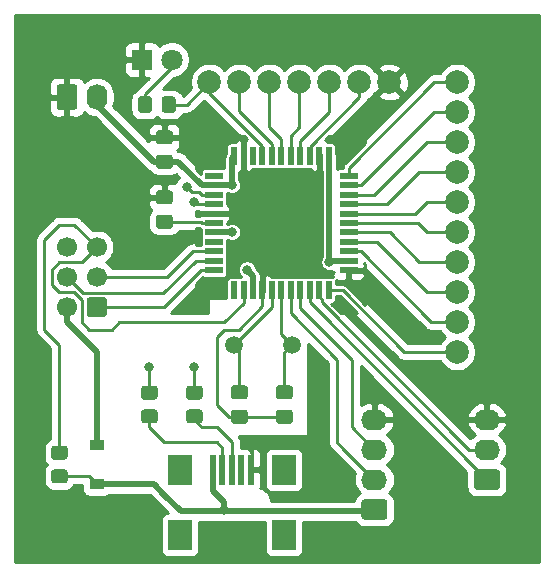
<source format=gbr>
%TF.GenerationSoftware,KiCad,Pcbnew,5.1.10*%
%TF.CreationDate,2021-10-29T02:28:02-05:00*%
%TF.ProjectId,evan_atmega32u4,6576616e-5f61-4746-9d65-676133327534,rev?*%
%TF.SameCoordinates,Original*%
%TF.FileFunction,Copper,L1,Top*%
%TF.FilePolarity,Positive*%
%FSLAX46Y46*%
G04 Gerber Fmt 4.6, Leading zero omitted, Abs format (unit mm)*
G04 Created by KiCad (PCBNEW 5.1.10) date 2021-10-29 02:28:02*
%MOMM*%
%LPD*%
G01*
G04 APERTURE LIST*
%TA.AperFunction,ComponentPad*%
%ADD10C,1.500000*%
%TD*%
%TA.AperFunction,ComponentPad*%
%ADD11C,1.800000*%
%TD*%
%TA.AperFunction,ComponentPad*%
%ADD12R,1.800000X1.800000*%
%TD*%
%TA.AperFunction,ComponentPad*%
%ADD13C,2.000000*%
%TD*%
%TA.AperFunction,ComponentPad*%
%ADD14O,2.190000X1.740000*%
%TD*%
%TA.AperFunction,SMDPad,CuDef*%
%ADD15R,0.500000X2.500000*%
%TD*%
%TA.AperFunction,SMDPad,CuDef*%
%ADD16R,2.000000X2.500000*%
%TD*%
%TA.AperFunction,SMDPad,CuDef*%
%ADD17R,0.550000X1.500000*%
%TD*%
%TA.AperFunction,SMDPad,CuDef*%
%ADD18R,1.500000X0.550000*%
%TD*%
%TA.AperFunction,ComponentPad*%
%ADD19O,1.740000X2.190000*%
%TD*%
%TA.AperFunction,ComponentPad*%
%ADD20C,1.700000*%
%TD*%
%TA.AperFunction,SMDPad,CuDef*%
%ADD21R,1.200000X0.900000*%
%TD*%
%TA.AperFunction,ViaPad*%
%ADD22C,0.800000*%
%TD*%
%TA.AperFunction,Conductor*%
%ADD23C,0.254000*%
%TD*%
%TA.AperFunction,Conductor*%
%ADD24C,0.250000*%
%TD*%
%TA.AperFunction,Conductor*%
%ADD25C,0.508000*%
%TD*%
%TA.AperFunction,Conductor*%
%ADD26C,0.100000*%
%TD*%
G04 APERTURE END LIST*
D10*
%TO.P,Y1,2*%
%TO.N,Net-(C2-Pad2)*%
X174825000Y-81915000D03*
%TO.P,Y1,1*%
%TO.N,Net-(C1-Pad1)*%
X179705000Y-81915000D03*
%TD*%
%TO.P,R4,2*%
%TO.N,Net-(PF0-Pad1)*%
%TA.AperFunction,SMDPad,CuDef*%
G36*
G01*
X168675000Y-62045001D02*
X168675000Y-61144999D01*
G75*
G02*
X168924999Y-60895000I249999J0D01*
G01*
X169625001Y-60895000D01*
G75*
G02*
X169875000Y-61144999I0J-249999D01*
G01*
X169875000Y-62045001D01*
G75*
G02*
X169625001Y-62295000I-249999J0D01*
G01*
X168924999Y-62295000D01*
G75*
G02*
X168675000Y-62045001I0J249999D01*
G01*
G37*
%TD.AperFunction*%
%TO.P,R4,1*%
%TO.N,Net-(D2-Pad2)*%
%TA.AperFunction,SMDPad,CuDef*%
G36*
G01*
X166675000Y-62045001D02*
X166675000Y-61144999D01*
G75*
G02*
X166924999Y-60895000I249999J0D01*
G01*
X167625001Y-60895000D01*
G75*
G02*
X167875000Y-61144999I0J-249999D01*
G01*
X167875000Y-62045001D01*
G75*
G02*
X167625001Y-62295000I-249999J0D01*
G01*
X166924999Y-62295000D01*
G75*
G02*
X166675000Y-62045001I0J249999D01*
G01*
G37*
%TD.AperFunction*%
%TD*%
D11*
%TO.P,D2,2*%
%TO.N,Net-(D2-Pad2)*%
X169545000Y-57785000D03*
D12*
%TO.P,D2,1*%
%TO.N,GND*%
X167005000Y-57785000D03*
%TD*%
D13*
%TO.P,PB1,1*%
%TO.N,GND*%
X187960000Y-59690000D03*
%TD*%
D14*
%TO.P,J5,4*%
%TO.N,GND*%
X186690000Y-88265000D03*
%TO.P,J5,3*%
%TO.N,Net-(J5-Pad3)*%
X186690000Y-90805000D03*
%TO.P,J5,2*%
%TO.N,Net-(J5-Pad2)*%
X186690000Y-93345000D03*
%TO.P,J5,1*%
%TO.N,+5V*%
%TA.AperFunction,ComponentPad*%
G36*
G01*
X187535001Y-96755000D02*
X185844999Y-96755000D01*
G75*
G02*
X185595000Y-96505001I0J249999D01*
G01*
X185595000Y-95264999D01*
G75*
G02*
X185844999Y-95015000I249999J0D01*
G01*
X187535001Y-95015000D01*
G75*
G02*
X187785000Y-95264999I0J-249999D01*
G01*
X187785000Y-96505001D01*
G75*
G02*
X187535001Y-96755000I-249999J0D01*
G01*
G37*
%TD.AperFunction*%
%TD*%
D13*
%TO.P,PF7,1*%
%TO.N,Net-(PF7-Pad1)*%
X185420000Y-59690000D03*
%TD*%
%TO.P,PF6,1*%
%TO.N,Net-(PF6-Pad1)*%
X182880000Y-59690000D03*
%TD*%
%TO.P,PF5,1*%
%TO.N,Net-(PF5-Pad1)*%
X180340000Y-59690000D03*
%TD*%
%TO.P,PF4,1*%
%TO.N,Net-(PF4-Pad1)*%
X177800000Y-59690000D03*
%TD*%
%TO.P,PF1,1*%
%TO.N,Net-(PF1-Pad1)*%
X175260000Y-59690000D03*
%TD*%
%TO.P,PF0,1*%
%TO.N,Net-(PF0-Pad1)*%
X172720000Y-59690000D03*
%TD*%
%TO.P,PE2,1*%
%TO.N,Net-(PE2-Pad1)*%
X193675000Y-59690000D03*
%TD*%
%TO.P,PD7,1*%
%TO.N,Net-(PD7-Pad1)*%
X193675000Y-74930000D03*
%TD*%
%TO.P,PD6,1*%
%TO.N,Net-(PD6-Pad1)*%
X193675000Y-77470000D03*
%TD*%
%TO.P,PD5,1*%
%TO.N,Net-(PD5-Pad1)*%
X193675000Y-82550000D03*
%TD*%
%TO.P,PD4,1*%
%TO.N,Net-(PD4-Pad1)*%
X193675000Y-80010000D03*
%TD*%
%TO.P,PC7,1*%
%TO.N,Net-(PC7-Pad1)*%
X193675000Y-62230000D03*
%TD*%
%TO.P,PC6,1*%
%TO.N,Net-(PC6-Pad1)*%
X193675000Y-64770000D03*
%TD*%
%TO.P,PB6,1*%
%TO.N,Net-(PB6-Pad1)*%
X193675000Y-67310000D03*
%TD*%
%TO.P,PB5,1*%
%TO.N,Net-(PB5-Pad1)*%
X193675000Y-69850000D03*
%TD*%
%TO.P,PB4,1*%
%TO.N,Net-(PB4-Pad1)*%
X193675000Y-72390000D03*
%TD*%
D15*
%TO.P,J1,5*%
%TO.N,GND*%
X176225000Y-92523000D03*
%TO.P,J1,4*%
%TO.N,Net-(J1-Pad4)*%
X175425000Y-92523000D03*
%TO.P,J1,3*%
%TO.N,Net-(J1-Pad3)*%
X174625000Y-92523000D03*
%TO.P,J1,2*%
%TO.N,Net-(J1-Pad2)*%
X173825000Y-92523000D03*
%TO.P,J1,1*%
%TO.N,+5V*%
X173025000Y-92523000D03*
D16*
%TO.P,J1,6*%
%TO.N,Net-(J1-Pad6)*%
X179025000Y-92523000D03*
X170225000Y-92523000D03*
X179025000Y-98023000D03*
X170225000Y-98023000D03*
%TD*%
D17*
%TO.P,U1,44*%
%TO.N,+5V*%
X174816000Y-65928000D03*
%TO.P,U1,43*%
%TO.N,GND*%
X175616000Y-65928000D03*
%TO.P,U1,42*%
%TO.N,Net-(U1-Pad42)*%
X176416000Y-65928000D03*
%TO.P,U1,41*%
%TO.N,Net-(PF0-Pad1)*%
X177216000Y-65928000D03*
%TO.P,U1,40*%
%TO.N,Net-(PF1-Pad1)*%
X178016000Y-65928000D03*
%TO.P,U1,39*%
%TO.N,Net-(PF4-Pad1)*%
X178816000Y-65928000D03*
%TO.P,U1,38*%
%TO.N,Net-(PF5-Pad1)*%
X179616000Y-65928000D03*
%TO.P,U1,37*%
%TO.N,Net-(PF6-Pad1)*%
X180416000Y-65928000D03*
%TO.P,U1,36*%
%TO.N,Net-(PF7-Pad1)*%
X181216000Y-65928000D03*
%TO.P,U1,35*%
%TO.N,GND*%
X182016000Y-65928000D03*
%TO.P,U1,34*%
%TO.N,+5V*%
X182816000Y-65928000D03*
D18*
%TO.P,U1,33*%
%TO.N,Net-(PE2-Pad1)*%
X184516000Y-67628000D03*
%TO.P,U1,32*%
%TO.N,Net-(PC7-Pad1)*%
X184516000Y-68428000D03*
%TO.P,U1,31*%
%TO.N,Net-(PC6-Pad1)*%
X184516000Y-69228000D03*
%TO.P,U1,30*%
%TO.N,Net-(PB6-Pad1)*%
X184516000Y-70028000D03*
%TO.P,U1,29*%
%TO.N,Net-(PB5-Pad1)*%
X184516000Y-70828000D03*
%TO.P,U1,28*%
%TO.N,Net-(PB4-Pad1)*%
X184516000Y-71628000D03*
%TO.P,U1,27*%
%TO.N,Net-(PD7-Pad1)*%
X184516000Y-72428000D03*
%TO.P,U1,26*%
%TO.N,Net-(PD6-Pad1)*%
X184516000Y-73228000D03*
%TO.P,U1,25*%
%TO.N,Net-(PD4-Pad1)*%
X184516000Y-74028000D03*
%TO.P,U1,24*%
%TO.N,+5V*%
X184516000Y-74828000D03*
%TO.P,U1,23*%
%TO.N,GND*%
X184516000Y-75628000D03*
D17*
%TO.P,U1,22*%
%TO.N,Net-(PD5-Pad1)*%
X182816000Y-77328000D03*
%TO.P,U1,21*%
%TO.N,/TX*%
X182016000Y-77328000D03*
%TO.P,U1,20*%
%TO.N,/RX*%
X181216000Y-77328000D03*
%TO.P,U1,19*%
%TO.N,Net-(J5-Pad3)*%
X180416000Y-77328000D03*
%TO.P,U1,18*%
%TO.N,Net-(J5-Pad2)*%
X179616000Y-77328000D03*
%TO.P,U1,17*%
%TO.N,Net-(C1-Pad1)*%
X178816000Y-77328000D03*
%TO.P,U1,16*%
%TO.N,Net-(C2-Pad2)*%
X178016000Y-77328000D03*
%TO.P,U1,15*%
%TO.N,GND*%
X177216000Y-77328000D03*
%TO.P,U1,14*%
%TO.N,+5V*%
X176416000Y-77328000D03*
%TO.P,U1,13*%
%TO.N,/RST*%
X175616000Y-77328000D03*
%TO.P,U1,12*%
%TO.N,Net-(U1-Pad12)*%
X174816000Y-77328000D03*
D18*
%TO.P,U1,11*%
%TO.N,/MISO*%
X173116000Y-75628000D03*
%TO.P,U1,10*%
%TO.N,/MOSI*%
X173116000Y-74828000D03*
%TO.P,U1,9*%
%TO.N,/SCK*%
X173116000Y-74028000D03*
%TO.P,U1,8*%
%TO.N,Net-(U1-Pad8)*%
X173116000Y-73228000D03*
%TO.P,U1,7*%
%TO.N,+5V*%
X173116000Y-72428000D03*
%TO.P,U1,6*%
%TO.N,Net-(C3-Pad1)*%
X173116000Y-71628000D03*
%TO.P,U1,5*%
%TO.N,GND*%
X173116000Y-70828000D03*
%TO.P,U1,4*%
%TO.N,Net-(R1-Pad1)*%
X173116000Y-70028000D03*
%TO.P,U1,3*%
%TO.N,Net-(R2-Pad1)*%
X173116000Y-69228000D03*
%TO.P,U1,2*%
%TO.N,+5V*%
X173116000Y-68428000D03*
%TO.P,U1,1*%
%TO.N,Net-(U1-Pad1)*%
X173116000Y-67628000D03*
%TD*%
%TO.P,R3,2*%
%TO.N,/RST*%
%TA.AperFunction,SMDPad,CuDef*%
G36*
G01*
X160470001Y-91675000D02*
X159569999Y-91675000D01*
G75*
G02*
X159320000Y-91425001I0J249999D01*
G01*
X159320000Y-90724999D01*
G75*
G02*
X159569999Y-90475000I249999J0D01*
G01*
X160470001Y-90475000D01*
G75*
G02*
X160720000Y-90724999I0J-249999D01*
G01*
X160720000Y-91425001D01*
G75*
G02*
X160470001Y-91675000I-249999J0D01*
G01*
G37*
%TD.AperFunction*%
%TO.P,R3,1*%
%TO.N,+5V*%
%TA.AperFunction,SMDPad,CuDef*%
G36*
G01*
X160470001Y-93675000D02*
X159569999Y-93675000D01*
G75*
G02*
X159320000Y-93425001I0J249999D01*
G01*
X159320000Y-92724999D01*
G75*
G02*
X159569999Y-92475000I249999J0D01*
G01*
X160470001Y-92475000D01*
G75*
G02*
X160720000Y-92724999I0J-249999D01*
G01*
X160720000Y-93425001D01*
G75*
G02*
X160470001Y-93675000I-249999J0D01*
G01*
G37*
%TD.AperFunction*%
%TD*%
%TO.P,R2,2*%
%TO.N,Net-(J1-Pad2)*%
%TA.AperFunction,SMDPad,CuDef*%
G36*
G01*
X167189999Y-87395000D02*
X168090001Y-87395000D01*
G75*
G02*
X168340000Y-87644999I0J-249999D01*
G01*
X168340000Y-88345001D01*
G75*
G02*
X168090001Y-88595000I-249999J0D01*
G01*
X167189999Y-88595000D01*
G75*
G02*
X166940000Y-88345001I0J249999D01*
G01*
X166940000Y-87644999D01*
G75*
G02*
X167189999Y-87395000I249999J0D01*
G01*
G37*
%TD.AperFunction*%
%TO.P,R2,1*%
%TO.N,Net-(R2-Pad1)*%
%TA.AperFunction,SMDPad,CuDef*%
G36*
G01*
X167189999Y-85395000D02*
X168090001Y-85395000D01*
G75*
G02*
X168340000Y-85644999I0J-249999D01*
G01*
X168340000Y-86345001D01*
G75*
G02*
X168090001Y-86595000I-249999J0D01*
G01*
X167189999Y-86595000D01*
G75*
G02*
X166940000Y-86345001I0J249999D01*
G01*
X166940000Y-85644999D01*
G75*
G02*
X167189999Y-85395000I249999J0D01*
G01*
G37*
%TD.AperFunction*%
%TD*%
%TO.P,R1,2*%
%TO.N,Net-(J1-Pad3)*%
%TA.AperFunction,SMDPad,CuDef*%
G36*
G01*
X170999999Y-87395000D02*
X171900001Y-87395000D01*
G75*
G02*
X172150000Y-87644999I0J-249999D01*
G01*
X172150000Y-88345001D01*
G75*
G02*
X171900001Y-88595000I-249999J0D01*
G01*
X170999999Y-88595000D01*
G75*
G02*
X170750000Y-88345001I0J249999D01*
G01*
X170750000Y-87644999D01*
G75*
G02*
X170999999Y-87395000I249999J0D01*
G01*
G37*
%TD.AperFunction*%
%TO.P,R1,1*%
%TO.N,Net-(R1-Pad1)*%
%TA.AperFunction,SMDPad,CuDef*%
G36*
G01*
X170999999Y-85395000D02*
X171900001Y-85395000D01*
G75*
G02*
X172150000Y-85644999I0J-249999D01*
G01*
X172150000Y-86345001D01*
G75*
G02*
X171900001Y-86595000I-249999J0D01*
G01*
X170999999Y-86595000D01*
G75*
G02*
X170750000Y-86345001I0J249999D01*
G01*
X170750000Y-85644999D01*
G75*
G02*
X170999999Y-85395000I249999J0D01*
G01*
G37*
%TD.AperFunction*%
%TD*%
D14*
%TO.P,J4,3*%
%TO.N,GND*%
X196215000Y-88265000D03*
%TO.P,J4,2*%
%TO.N,/TX*%
X196215000Y-90805000D03*
%TO.P,J4,1*%
%TO.N,/RX*%
%TA.AperFunction,ComponentPad*%
G36*
G01*
X197060001Y-94215000D02*
X195369999Y-94215000D01*
G75*
G02*
X195120000Y-93965001I0J249999D01*
G01*
X195120000Y-92724999D01*
G75*
G02*
X195369999Y-92475000I249999J0D01*
G01*
X197060001Y-92475000D01*
G75*
G02*
X197310000Y-92724999I0J-249999D01*
G01*
X197310000Y-93965001D01*
G75*
G02*
X197060001Y-94215000I-249999J0D01*
G01*
G37*
%TD.AperFunction*%
%TD*%
D19*
%TO.P,J3,2*%
%TO.N,+5V*%
X163195000Y-60960000D03*
%TO.P,J3,1*%
%TO.N,GND*%
%TA.AperFunction,ComponentPad*%
G36*
G01*
X159785000Y-61805001D02*
X159785000Y-60114999D01*
G75*
G02*
X160034999Y-59865000I249999J0D01*
G01*
X161275001Y-59865000D01*
G75*
G02*
X161525000Y-60114999I0J-249999D01*
G01*
X161525000Y-61805001D01*
G75*
G02*
X161275001Y-62055000I-249999J0D01*
G01*
X160034999Y-62055000D01*
G75*
G02*
X159785000Y-61805001I0J249999D01*
G01*
G37*
%TD.AperFunction*%
%TD*%
D20*
%TO.P,J2,6*%
%TO.N,GND*%
X160655000Y-73660000D03*
%TO.P,J2,4*%
%TO.N,/MOSI*%
X160655000Y-76200000D03*
%TO.P,J2,2*%
%TO.N,Net-(D1-Pad2)*%
X160655000Y-78740000D03*
%TO.P,J2,5*%
%TO.N,/RST*%
X163195000Y-73660000D03*
%TO.P,J2,3*%
%TO.N,/SCK*%
X163195000Y-76200000D03*
%TO.P,J2,1*%
%TO.N,/MISO*%
%TA.AperFunction,ComponentPad*%
G36*
G01*
X164045000Y-78140000D02*
X164045000Y-79340000D01*
G75*
G02*
X163795000Y-79590000I-250000J0D01*
G01*
X162595000Y-79590000D01*
G75*
G02*
X162345000Y-79340000I0J250000D01*
G01*
X162345000Y-78140000D01*
G75*
G02*
X162595000Y-77890000I250000J0D01*
G01*
X163795000Y-77890000D01*
G75*
G02*
X164045000Y-78140000I0J-250000D01*
G01*
G37*
%TD.AperFunction*%
%TD*%
D21*
%TO.P,D1,2*%
%TO.N,Net-(D1-Pad2)*%
X163195000Y-90425000D03*
%TO.P,D1,1*%
%TO.N,+5V*%
X163195000Y-93725000D03*
%TD*%
%TO.P,C4,2*%
%TO.N,+5V*%
%TA.AperFunction,SMDPad,CuDef*%
G36*
G01*
X168435000Y-65855000D02*
X169385000Y-65855000D01*
G75*
G02*
X169635000Y-66105000I0J-250000D01*
G01*
X169635000Y-66780000D01*
G75*
G02*
X169385000Y-67030000I-250000J0D01*
G01*
X168435000Y-67030000D01*
G75*
G02*
X168185000Y-66780000I0J250000D01*
G01*
X168185000Y-66105000D01*
G75*
G02*
X168435000Y-65855000I250000J0D01*
G01*
G37*
%TD.AperFunction*%
%TO.P,C4,1*%
%TO.N,GND*%
%TA.AperFunction,SMDPad,CuDef*%
G36*
G01*
X168435000Y-63780000D02*
X169385000Y-63780000D01*
G75*
G02*
X169635000Y-64030000I0J-250000D01*
G01*
X169635000Y-64705000D01*
G75*
G02*
X169385000Y-64955000I-250000J0D01*
G01*
X168435000Y-64955000D01*
G75*
G02*
X168185000Y-64705000I0J250000D01*
G01*
X168185000Y-64030000D01*
G75*
G02*
X168435000Y-63780000I250000J0D01*
G01*
G37*
%TD.AperFunction*%
%TD*%
%TO.P,C3,2*%
%TO.N,GND*%
%TA.AperFunction,SMDPad,CuDef*%
G36*
G01*
X169385000Y-70035000D02*
X168435000Y-70035000D01*
G75*
G02*
X168185000Y-69785000I0J250000D01*
G01*
X168185000Y-69110000D01*
G75*
G02*
X168435000Y-68860000I250000J0D01*
G01*
X169385000Y-68860000D01*
G75*
G02*
X169635000Y-69110000I0J-250000D01*
G01*
X169635000Y-69785000D01*
G75*
G02*
X169385000Y-70035000I-250000J0D01*
G01*
G37*
%TD.AperFunction*%
%TO.P,C3,1*%
%TO.N,Net-(C3-Pad1)*%
%TA.AperFunction,SMDPad,CuDef*%
G36*
G01*
X169385000Y-72110000D02*
X168435000Y-72110000D01*
G75*
G02*
X168185000Y-71860000I0J250000D01*
G01*
X168185000Y-71185000D01*
G75*
G02*
X168435000Y-70935000I250000J0D01*
G01*
X169385000Y-70935000D01*
G75*
G02*
X169635000Y-71185000I0J-250000D01*
G01*
X169635000Y-71860000D01*
G75*
G02*
X169385000Y-72110000I-250000J0D01*
G01*
G37*
%TD.AperFunction*%
%TD*%
%TO.P,C2,2*%
%TO.N,Net-(C2-Pad2)*%
%TA.AperFunction,SMDPad,CuDef*%
G36*
G01*
X175735000Y-86545000D02*
X174785000Y-86545000D01*
G75*
G02*
X174535000Y-86295000I0J250000D01*
G01*
X174535000Y-85620000D01*
G75*
G02*
X174785000Y-85370000I250000J0D01*
G01*
X175735000Y-85370000D01*
G75*
G02*
X175985000Y-85620000I0J-250000D01*
G01*
X175985000Y-86295000D01*
G75*
G02*
X175735000Y-86545000I-250000J0D01*
G01*
G37*
%TD.AperFunction*%
%TO.P,C2,1*%
%TO.N,GND*%
%TA.AperFunction,SMDPad,CuDef*%
G36*
G01*
X175735000Y-88620000D02*
X174785000Y-88620000D01*
G75*
G02*
X174535000Y-88370000I0J250000D01*
G01*
X174535000Y-87695000D01*
G75*
G02*
X174785000Y-87445000I250000J0D01*
G01*
X175735000Y-87445000D01*
G75*
G02*
X175985000Y-87695000I0J-250000D01*
G01*
X175985000Y-88370000D01*
G75*
G02*
X175735000Y-88620000I-250000J0D01*
G01*
G37*
%TD.AperFunction*%
%TD*%
%TO.P,C1,2*%
%TO.N,GND*%
%TA.AperFunction,SMDPad,CuDef*%
G36*
G01*
X178595000Y-87445000D02*
X179545000Y-87445000D01*
G75*
G02*
X179795000Y-87695000I0J-250000D01*
G01*
X179795000Y-88370000D01*
G75*
G02*
X179545000Y-88620000I-250000J0D01*
G01*
X178595000Y-88620000D01*
G75*
G02*
X178345000Y-88370000I0J250000D01*
G01*
X178345000Y-87695000D01*
G75*
G02*
X178595000Y-87445000I250000J0D01*
G01*
G37*
%TD.AperFunction*%
%TO.P,C1,1*%
%TO.N,Net-(C1-Pad1)*%
%TA.AperFunction,SMDPad,CuDef*%
G36*
G01*
X178595000Y-85370000D02*
X179545000Y-85370000D01*
G75*
G02*
X179795000Y-85620000I0J-250000D01*
G01*
X179795000Y-86295000D01*
G75*
G02*
X179545000Y-86545000I-250000J0D01*
G01*
X178595000Y-86545000D01*
G75*
G02*
X178345000Y-86295000I0J250000D01*
G01*
X178345000Y-85620000D01*
G75*
G02*
X178595000Y-85370000I250000J0D01*
G01*
G37*
%TD.AperFunction*%
%TD*%
D22*
%TO.N,GND*%
X178435000Y-71755000D03*
X187325000Y-78105000D03*
X182245000Y-93345000D03*
%TO.N,+5V*%
X182880000Y-74930000D03*
X174625000Y-72390000D03*
X174625000Y-68428000D03*
X175895000Y-75565000D03*
X173990000Y-95885000D03*
%TO.N,Net-(R1-Pad1)*%
X171450000Y-69850000D03*
%TO.N,Net-(R2-Pad1)*%
X170815000Y-68580000D03*
%TO.N,Net-(R1-Pad1)*%
X171450000Y-83820000D03*
%TO.N,Net-(R2-Pad1)*%
X167640000Y-83820000D03*
%TD*%
D23*
%TO.N,GND*%
X179070000Y-88032500D02*
X175260000Y-88032500D01*
X177216000Y-78689000D02*
X177216000Y-77328000D01*
X175260000Y-80645000D02*
X177216000Y-78689000D01*
X174392500Y-88032500D02*
X173355000Y-86995000D01*
X173355000Y-86995000D02*
X173355000Y-81280000D01*
X175260000Y-88032500D02*
X174392500Y-88032500D01*
X173355000Y-81280000D02*
X173990000Y-80645000D01*
X173990000Y-80645000D02*
X175260000Y-80645000D01*
%TO.N,Net-(C1-Pad1)*%
X179070000Y-82550000D02*
X179705000Y-81915000D01*
X179070000Y-85957500D02*
X179070000Y-82550000D01*
X178816000Y-81026000D02*
X178816000Y-77328000D01*
X179705000Y-81915000D02*
X178816000Y-81026000D01*
%TO.N,Net-(C2-Pad2)*%
X175260000Y-82350000D02*
X174825000Y-81915000D01*
X175260000Y-85957500D02*
X175260000Y-82350000D01*
X178016000Y-78724000D02*
X178016000Y-77328000D01*
X174825000Y-81915000D02*
X178016000Y-78724000D01*
D24*
%TO.N,Net-(C3-Pad1)*%
X172010500Y-71522500D02*
X168910000Y-71522500D01*
X172116000Y-71628000D02*
X172010500Y-71522500D01*
X173116000Y-71628000D02*
X172116000Y-71628000D01*
D25*
%TO.N,+5V*%
X182982000Y-74828000D02*
X184516000Y-74828000D01*
X182880000Y-74930000D02*
X182982000Y-74828000D01*
X173154000Y-72390000D02*
X173116000Y-72428000D01*
X174625000Y-72390000D02*
X173154000Y-72390000D01*
X173116000Y-68428000D02*
X174625000Y-68428000D01*
X174625000Y-66119000D02*
X174816000Y-65928000D01*
X174625000Y-68428000D02*
X174625000Y-66119000D01*
X182880000Y-65992000D02*
X182816000Y-65928000D01*
X182880000Y-74930000D02*
X182880000Y-65992000D01*
X176416000Y-76086000D02*
X175895000Y-75565000D01*
X176416000Y-77328000D02*
X176416000Y-76086000D01*
D23*
X162545000Y-93075000D02*
X163195000Y-93725000D01*
X160020000Y-93075000D02*
X162545000Y-93075000D01*
D25*
X163195000Y-93725000D02*
X168020000Y-93725000D01*
X168020000Y-93725000D02*
X168910000Y-94615000D01*
X173025000Y-92523000D02*
X173025000Y-93040000D01*
X170322001Y-96027001D02*
X168910000Y-94615000D01*
X186547999Y-96027001D02*
X170322001Y-96027001D01*
X186690000Y-95885000D02*
X186547999Y-96027001D01*
X173025000Y-94281000D02*
X173990000Y-95246000D01*
X173025000Y-92523000D02*
X173025000Y-94281000D01*
X173990000Y-95246000D02*
X173990000Y-96027001D01*
X163195000Y-60960000D02*
X163195000Y-61595000D01*
X168042500Y-66442500D02*
X168910000Y-66442500D01*
X163195000Y-61595000D02*
X168042500Y-66442500D01*
X170088298Y-66442500D02*
X168910000Y-66442500D01*
X172073798Y-68428000D02*
X170088298Y-66442500D01*
X173116000Y-68428000D02*
X172073798Y-68428000D01*
%TO.N,Net-(D1-Pad2)*%
X163195000Y-90425000D02*
X163195000Y-82550000D01*
X160655000Y-80010000D02*
X160655000Y-78740000D01*
X163195000Y-82550000D02*
X160655000Y-80010000D01*
D24*
%TO.N,/MOSI*%
X162019990Y-77564990D02*
X168815010Y-77564990D01*
X160655000Y-76200000D02*
X162019990Y-77564990D01*
X171552000Y-74828000D02*
X173116000Y-74828000D01*
X168815010Y-77564990D02*
X171552000Y-74828000D01*
%TO.N,/RST*%
X160020000Y-91075000D02*
X160020000Y-81915000D01*
X160020000Y-81915000D02*
X158750000Y-80645000D01*
X158750000Y-80645000D02*
X158750000Y-73025000D01*
X158750000Y-73025000D02*
X160020000Y-71755000D01*
X161290000Y-71755000D02*
X163195000Y-73660000D01*
X160020000Y-71755000D02*
X161290000Y-71755000D01*
D23*
X175616000Y-77328000D02*
X175616000Y-78384000D01*
X175616000Y-78384000D02*
X173990000Y-80010000D01*
X173990000Y-80010000D02*
X165100000Y-80010000D01*
X165100000Y-80010000D02*
X164465000Y-80645000D01*
X164465000Y-80645000D02*
X162560000Y-80645000D01*
X162560000Y-80645000D02*
X161925000Y-80010000D01*
X161925000Y-80010000D02*
X161925000Y-78109238D01*
X161925000Y-78109238D02*
X161285762Y-77470000D01*
X161285762Y-77470000D02*
X160020000Y-77470000D01*
X160020000Y-77470000D02*
X159385000Y-76835000D01*
X159385000Y-76835000D02*
X159385000Y-75565000D01*
X159385000Y-75565000D02*
X160020000Y-74930000D01*
X161925000Y-74930000D02*
X163195000Y-73660000D01*
X160020000Y-74930000D02*
X161925000Y-74930000D01*
D24*
%TO.N,/SCK*%
X173116000Y-74028000D02*
X171305089Y-74028000D01*
X169133089Y-76200000D02*
X163195000Y-76200000D01*
X171305089Y-74028000D02*
X169133089Y-76200000D01*
D23*
%TO.N,/MISO*%
X163195000Y-78740000D02*
X168910000Y-78740000D01*
X172022000Y-75628000D02*
X168910000Y-78740000D01*
X173116000Y-75628000D02*
X172022000Y-75628000D01*
%TO.N,/TX*%
X182016000Y-77876000D02*
X182213999Y-78073999D01*
X182016000Y-77328000D02*
X182016000Y-77876000D01*
X194679398Y-90805000D02*
X196215000Y-90805000D01*
X182213999Y-78339601D02*
X194679398Y-90805000D01*
X182213999Y-78073999D02*
X182213999Y-78339601D01*
%TO.N,/RX*%
X181216000Y-78346000D02*
X181216000Y-77328000D01*
X196215000Y-93345000D02*
X181216000Y-78346000D01*
%TO.N,Net-(J1-Pad3)*%
X171450000Y-87995000D02*
X171450000Y-88265000D01*
X171450000Y-88265000D02*
X172085000Y-88900000D01*
X172085000Y-88900000D02*
X173355000Y-88900000D01*
X174625000Y-90170000D02*
X174625000Y-92523000D01*
X173355000Y-88900000D02*
X174625000Y-90170000D01*
%TO.N,Net-(J1-Pad2)*%
X173825000Y-92523000D02*
X173825000Y-90640000D01*
X173825000Y-90640000D02*
X173355000Y-90170000D01*
X173355000Y-90170000D02*
X168910000Y-90170000D01*
X167640000Y-88900000D02*
X167640000Y-87995000D01*
X168910000Y-90170000D02*
X167640000Y-88900000D01*
%TO.N,Net-(J5-Pad3)*%
X180416000Y-78816000D02*
X180416000Y-77328000D01*
X184785000Y-83185000D02*
X180416000Y-78816000D01*
X184785000Y-88900000D02*
X184785000Y-83185000D01*
X186690000Y-90805000D02*
X184785000Y-88900000D01*
%TO.N,Net-(J5-Pad2)*%
X184150000Y-90805000D02*
X186690000Y-93345000D01*
X183515000Y-90170000D02*
X184150000Y-90805000D01*
X179616000Y-79286000D02*
X183515000Y-83185000D01*
X183515000Y-83185000D02*
X183515000Y-90170000D01*
X179616000Y-77328000D02*
X179616000Y-79286000D01*
%TO.N,Net-(R1-Pad1)*%
X171628000Y-70028000D02*
X171450000Y-69850000D01*
X173116000Y-70028000D02*
X171628000Y-70028000D01*
%TO.N,Net-(R2-Pad1)*%
X172112000Y-69228000D02*
X173116000Y-69228000D01*
X171863999Y-68979999D02*
X172112000Y-69228000D01*
X171214999Y-68979999D02*
X171863999Y-68979999D01*
X170815000Y-68580000D02*
X171214999Y-68979999D01*
%TO.N,Net-(PB4-Pad1)*%
X184516000Y-71628000D02*
X190373000Y-71628000D01*
X191135000Y-72390000D02*
X193675000Y-72390000D01*
X190373000Y-71628000D02*
X191135000Y-72390000D01*
%TO.N,Net-(PB5-Pad1)*%
X184516000Y-70828000D02*
X190157000Y-70828000D01*
X191135000Y-69850000D02*
X193675000Y-69850000D01*
X190157000Y-70828000D02*
X191135000Y-69850000D01*
%TO.N,Net-(PB6-Pad1)*%
X184516000Y-70028000D02*
X187782000Y-70028000D01*
X190500000Y-67310000D02*
X193675000Y-67310000D01*
X187782000Y-70028000D02*
X190500000Y-67310000D01*
%TO.N,Net-(PC6-Pad1)*%
X185520000Y-69228000D02*
X185533000Y-69215000D01*
X184516000Y-69228000D02*
X185520000Y-69228000D01*
X185533000Y-69215000D02*
X186690000Y-69215000D01*
X191135000Y-64770000D02*
X193675000Y-64770000D01*
X186690000Y-69215000D02*
X191135000Y-64770000D01*
%TO.N,Net-(PC7-Pad1)*%
X191718000Y-62230000D02*
X193675000Y-62230000D01*
X185520000Y-68428000D02*
X191718000Y-62230000D01*
X184516000Y-68428000D02*
X185520000Y-68428000D01*
%TO.N,Net-(PD4-Pad1)*%
X191502000Y-80010000D02*
X193675000Y-80010000D01*
X185520000Y-74028000D02*
X191502000Y-80010000D01*
X184516000Y-74028000D02*
X185520000Y-74028000D01*
%TO.N,Net-(PD5-Pad1)*%
X193675000Y-82550000D02*
X189230000Y-82550000D01*
X184008000Y-77328000D02*
X182816000Y-77328000D01*
X189230000Y-82550000D02*
X184008000Y-77328000D01*
%TO.N,Net-(PD6-Pad1)*%
X184516000Y-73228000D02*
X186893000Y-73228000D01*
X191135000Y-77470000D02*
X193675000Y-77470000D01*
X186893000Y-73228000D02*
X191135000Y-77470000D01*
%TO.N,Net-(PD7-Pad1)*%
X184516000Y-72428000D02*
X187998000Y-72428000D01*
X190500000Y-74930000D02*
X193675000Y-74930000D01*
X187998000Y-72428000D02*
X190500000Y-74930000D01*
%TO.N,Net-(PE2-Pad1)*%
X184516000Y-67628000D02*
X184516000Y-66944000D01*
X191770000Y-59690000D02*
X193675000Y-59690000D01*
X184516000Y-66944000D02*
X191770000Y-59690000D01*
%TO.N,Net-(PF0-Pad1)*%
X172720000Y-60618398D02*
X172720000Y-59690000D01*
X177216000Y-65114398D02*
X172720000Y-60618398D01*
X177216000Y-65928000D02*
X177216000Y-65114398D01*
X170815000Y-61595000D02*
X172720000Y-59690000D01*
X169275000Y-61595000D02*
X170815000Y-61595000D01*
%TO.N,Net-(PF1-Pad1)*%
X175260000Y-62168000D02*
X175260000Y-59690000D01*
X178016000Y-64924000D02*
X175260000Y-62168000D01*
X178016000Y-65928000D02*
X178016000Y-64924000D01*
%TO.N,Net-(PF4-Pad1)*%
X178816000Y-65928000D02*
X178816000Y-64516000D01*
X177800000Y-63500000D02*
X177800000Y-59690000D01*
X178816000Y-64516000D02*
X177800000Y-63500000D01*
%TO.N,Net-(PF5-Pad1)*%
X179616000Y-65928000D02*
X179616000Y-64224000D01*
X180340000Y-63500000D02*
X180340000Y-59690000D01*
X179616000Y-64224000D02*
X180340000Y-63500000D01*
%TO.N,Net-(PF6-Pad1)*%
X180416000Y-65928000D02*
X180416000Y-64694000D01*
X182880000Y-62230000D02*
X182880000Y-59690000D01*
X180416000Y-64694000D02*
X182880000Y-62230000D01*
%TO.N,Net-(PF7-Pad1)*%
X181216000Y-65928000D02*
X181216000Y-65164000D01*
X185420000Y-60960000D02*
X185420000Y-59690000D01*
X181216000Y-65164000D02*
X185420000Y-60960000D01*
%TO.N,Net-(D2-Pad2)*%
X167275000Y-61595000D02*
X167275000Y-60690000D01*
X169545000Y-58420000D02*
X169545000Y-57785000D01*
X167275000Y-60690000D02*
X169545000Y-58420000D01*
%TO.N,Net-(R1-Pad1)*%
X171450000Y-85995000D02*
X171450000Y-83820000D01*
%TO.N,Net-(R2-Pad1)*%
X167640000Y-85995000D02*
X167640000Y-83820000D01*
%TD*%
%TO.N,GND*%
X200635000Y-100305000D02*
X156235000Y-100305000D01*
X156235000Y-73025000D01*
X157986324Y-73025000D01*
X157990001Y-73062332D01*
X157990000Y-80607678D01*
X157986324Y-80645000D01*
X157990000Y-80682322D01*
X157990000Y-80682332D01*
X158000997Y-80793985D01*
X158034157Y-80903301D01*
X158044454Y-80937246D01*
X158115026Y-81069276D01*
X158141129Y-81101082D01*
X158209999Y-81185001D01*
X158239003Y-81208804D01*
X159260001Y-82229803D01*
X159260000Y-89895473D01*
X159230149Y-89904528D01*
X159076613Y-89986595D01*
X158942038Y-90097038D01*
X158831595Y-90231613D01*
X158749528Y-90385149D01*
X158698992Y-90551745D01*
X158681928Y-90724999D01*
X158681928Y-91425001D01*
X158698992Y-91598255D01*
X158749528Y-91764851D01*
X158831595Y-91918387D01*
X158942038Y-92052962D01*
X158968891Y-92075000D01*
X158942038Y-92097038D01*
X158831595Y-92231613D01*
X158749528Y-92385149D01*
X158698992Y-92551745D01*
X158681928Y-92724999D01*
X158681928Y-93425001D01*
X158698992Y-93598255D01*
X158749528Y-93764851D01*
X158831595Y-93918387D01*
X158942038Y-94052962D01*
X159076613Y-94163405D01*
X159230149Y-94245472D01*
X159396745Y-94296008D01*
X159569999Y-94313072D01*
X160470001Y-94313072D01*
X160643255Y-94296008D01*
X160809851Y-94245472D01*
X160963387Y-94163405D01*
X161097962Y-94052962D01*
X161208405Y-93918387D01*
X161251907Y-93837000D01*
X161956928Y-93837000D01*
X161956928Y-94175000D01*
X161969188Y-94299482D01*
X162005498Y-94419180D01*
X162064463Y-94529494D01*
X162143815Y-94626185D01*
X162240506Y-94705537D01*
X162350820Y-94764502D01*
X162470518Y-94800812D01*
X162595000Y-94813072D01*
X163795000Y-94813072D01*
X163919482Y-94800812D01*
X164039180Y-94764502D01*
X164149494Y-94705537D01*
X164246185Y-94626185D01*
X164256185Y-94614000D01*
X167651765Y-94614000D01*
X168312259Y-95274495D01*
X168312264Y-95274499D01*
X169177382Y-96139618D01*
X169100518Y-96147188D01*
X168980820Y-96183498D01*
X168870506Y-96242463D01*
X168773815Y-96321815D01*
X168694463Y-96418506D01*
X168635498Y-96528820D01*
X168599188Y-96648518D01*
X168586928Y-96773000D01*
X168586928Y-99273000D01*
X168599188Y-99397482D01*
X168635498Y-99517180D01*
X168694463Y-99627494D01*
X168773815Y-99724185D01*
X168870506Y-99803537D01*
X168980820Y-99862502D01*
X169100518Y-99898812D01*
X169225000Y-99911072D01*
X171225000Y-99911072D01*
X171349482Y-99898812D01*
X171469180Y-99862502D01*
X171579494Y-99803537D01*
X171676185Y-99724185D01*
X171755537Y-99627494D01*
X171814502Y-99517180D01*
X171850812Y-99397482D01*
X171863072Y-99273000D01*
X171863072Y-96916001D01*
X173867957Y-96916001D01*
X173888061Y-96920000D01*
X173986934Y-96920000D01*
X173990000Y-96920302D01*
X173993066Y-96920000D01*
X174091939Y-96920000D01*
X174112043Y-96916001D01*
X177386928Y-96916001D01*
X177386928Y-99273000D01*
X177399188Y-99397482D01*
X177435498Y-99517180D01*
X177494463Y-99627494D01*
X177573815Y-99724185D01*
X177670506Y-99803537D01*
X177780820Y-99862502D01*
X177900518Y-99898812D01*
X178025000Y-99911072D01*
X180025000Y-99911072D01*
X180149482Y-99898812D01*
X180269180Y-99862502D01*
X180379494Y-99803537D01*
X180476185Y-99724185D01*
X180555537Y-99627494D01*
X180614502Y-99517180D01*
X180650812Y-99397482D01*
X180663072Y-99273000D01*
X180663072Y-96916001D01*
X185062559Y-96916001D01*
X185106595Y-96998387D01*
X185217038Y-97132962D01*
X185351613Y-97243405D01*
X185505149Y-97325472D01*
X185671745Y-97376008D01*
X185844999Y-97393072D01*
X187535001Y-97393072D01*
X187708255Y-97376008D01*
X187874851Y-97325472D01*
X188028387Y-97243405D01*
X188162962Y-97132962D01*
X188273405Y-96998387D01*
X188355472Y-96844851D01*
X188406008Y-96678255D01*
X188423072Y-96505001D01*
X188423072Y-95264999D01*
X188406008Y-95091745D01*
X188355472Y-94925149D01*
X188273405Y-94771613D01*
X188162962Y-94637038D01*
X188028387Y-94526595D01*
X187918886Y-94468066D01*
X187984345Y-94414345D01*
X188172417Y-94185179D01*
X188312166Y-93923725D01*
X188398224Y-93640032D01*
X188427282Y-93345000D01*
X188398224Y-93049968D01*
X188312166Y-92766275D01*
X188172417Y-92504821D01*
X187984345Y-92275655D01*
X187755179Y-92087583D01*
X187731638Y-92075000D01*
X187755179Y-92062417D01*
X187984345Y-91874345D01*
X188172417Y-91645179D01*
X188312166Y-91383725D01*
X188398224Y-91100032D01*
X188427282Y-90805000D01*
X188398224Y-90509968D01*
X188312166Y-90226275D01*
X188172417Y-89964821D01*
X187984345Y-89735655D01*
X187755179Y-89547583D01*
X187726848Y-89532440D01*
X187867433Y-89439708D01*
X188078306Y-89231326D01*
X188244474Y-88985809D01*
X188359551Y-88712591D01*
X188376302Y-88625031D01*
X188255246Y-88392000D01*
X186817000Y-88392000D01*
X186817000Y-88412000D01*
X186563000Y-88412000D01*
X186563000Y-88392000D01*
X186543000Y-88392000D01*
X186543000Y-88138000D01*
X186563000Y-88138000D01*
X186563000Y-86914624D01*
X186817000Y-86914624D01*
X186817000Y-88138000D01*
X188255246Y-88138000D01*
X188376302Y-87904969D01*
X188359551Y-87817409D01*
X188244474Y-87544191D01*
X188078306Y-87298674D01*
X187867433Y-87090292D01*
X187619958Y-86927053D01*
X187345392Y-86815231D01*
X187054286Y-86759123D01*
X186817000Y-86914624D01*
X186563000Y-86914624D01*
X186325714Y-86759123D01*
X186034608Y-86815231D01*
X185760042Y-86927053D01*
X185547000Y-87067579D01*
X185547000Y-83754630D01*
X194485106Y-92692736D01*
X194481928Y-92724999D01*
X194481928Y-93965001D01*
X194498992Y-94138255D01*
X194549528Y-94304851D01*
X194631595Y-94458387D01*
X194742038Y-94592962D01*
X194876613Y-94703405D01*
X195030149Y-94785472D01*
X195196745Y-94836008D01*
X195369999Y-94853072D01*
X197060001Y-94853072D01*
X197233255Y-94836008D01*
X197399851Y-94785472D01*
X197553387Y-94703405D01*
X197687962Y-94592962D01*
X197798405Y-94458387D01*
X197880472Y-94304851D01*
X197931008Y-94138255D01*
X197948072Y-93965001D01*
X197948072Y-92724999D01*
X197931008Y-92551745D01*
X197880472Y-92385149D01*
X197798405Y-92231613D01*
X197687962Y-92097038D01*
X197553387Y-91986595D01*
X197443886Y-91928066D01*
X197509345Y-91874345D01*
X197697417Y-91645179D01*
X197837166Y-91383725D01*
X197923224Y-91100032D01*
X197952282Y-90805000D01*
X197923224Y-90509968D01*
X197837166Y-90226275D01*
X197697417Y-89964821D01*
X197509345Y-89735655D01*
X197280179Y-89547583D01*
X197251848Y-89532440D01*
X197392433Y-89439708D01*
X197603306Y-89231326D01*
X197769474Y-88985809D01*
X197884551Y-88712591D01*
X197901302Y-88625031D01*
X197780246Y-88392000D01*
X196342000Y-88392000D01*
X196342000Y-88412000D01*
X196088000Y-88412000D01*
X196088000Y-88392000D01*
X194649754Y-88392000D01*
X194528698Y-88625031D01*
X194545449Y-88712591D01*
X194660526Y-88985809D01*
X194826694Y-89231326D01*
X195037567Y-89439708D01*
X195178152Y-89532440D01*
X195149821Y-89547583D01*
X194920655Y-89735655D01*
X194815642Y-89863613D01*
X192856998Y-87904969D01*
X194528698Y-87904969D01*
X194649754Y-88138000D01*
X196088000Y-88138000D01*
X196088000Y-86914624D01*
X196342000Y-86914624D01*
X196342000Y-88138000D01*
X197780246Y-88138000D01*
X197901302Y-87904969D01*
X197884551Y-87817409D01*
X197769474Y-87544191D01*
X197603306Y-87298674D01*
X197392433Y-87090292D01*
X197144958Y-86927053D01*
X196870392Y-86815231D01*
X196579286Y-86759123D01*
X196342000Y-86914624D01*
X196088000Y-86914624D01*
X195850714Y-86759123D01*
X195559608Y-86815231D01*
X195285042Y-86927053D01*
X195037567Y-87090292D01*
X194826694Y-87298674D01*
X194660526Y-87544191D01*
X194545449Y-87817409D01*
X194528698Y-87904969D01*
X192856998Y-87904969D01*
X183508696Y-78556668D01*
X183542185Y-78529185D01*
X183621537Y-78432494D01*
X183680502Y-78322180D01*
X183716812Y-78202482D01*
X183724705Y-78122336D01*
X188664721Y-83062352D01*
X188688578Y-83091422D01*
X188804608Y-83186645D01*
X188936985Y-83257402D01*
X189080622Y-83300974D01*
X189192574Y-83312000D01*
X189192576Y-83312000D01*
X189229999Y-83315686D01*
X189267422Y-83312000D01*
X192220920Y-83312000D01*
X192226082Y-83324463D01*
X192405013Y-83592252D01*
X192632748Y-83819987D01*
X192900537Y-83998918D01*
X193198088Y-84122168D01*
X193513967Y-84185000D01*
X193836033Y-84185000D01*
X194151912Y-84122168D01*
X194449463Y-83998918D01*
X194717252Y-83819987D01*
X194944987Y-83592252D01*
X195123918Y-83324463D01*
X195247168Y-83026912D01*
X195310000Y-82711033D01*
X195310000Y-82388967D01*
X195247168Y-82073088D01*
X195123918Y-81775537D01*
X194944987Y-81507748D01*
X194717252Y-81280013D01*
X194717233Y-81280000D01*
X194717252Y-81279987D01*
X194944987Y-81052252D01*
X195123918Y-80784463D01*
X195247168Y-80486912D01*
X195310000Y-80171033D01*
X195310000Y-79848967D01*
X195247168Y-79533088D01*
X195123918Y-79235537D01*
X194944987Y-78967748D01*
X194717252Y-78740013D01*
X194717233Y-78740000D01*
X194717252Y-78739987D01*
X194944987Y-78512252D01*
X195123918Y-78244463D01*
X195247168Y-77946912D01*
X195310000Y-77631033D01*
X195310000Y-77308967D01*
X195247168Y-76993088D01*
X195123918Y-76695537D01*
X194944987Y-76427748D01*
X194717252Y-76200013D01*
X194717233Y-76200000D01*
X194717252Y-76199987D01*
X194944987Y-75972252D01*
X195123918Y-75704463D01*
X195247168Y-75406912D01*
X195310000Y-75091033D01*
X195310000Y-74768967D01*
X195247168Y-74453088D01*
X195123918Y-74155537D01*
X194944987Y-73887748D01*
X194717252Y-73660013D01*
X194717233Y-73660000D01*
X194717252Y-73659987D01*
X194944987Y-73432252D01*
X195123918Y-73164463D01*
X195247168Y-72866912D01*
X195310000Y-72551033D01*
X195310000Y-72228967D01*
X195247168Y-71913088D01*
X195123918Y-71615537D01*
X194944987Y-71347748D01*
X194717252Y-71120013D01*
X194717233Y-71120000D01*
X194717252Y-71119987D01*
X194944987Y-70892252D01*
X195123918Y-70624463D01*
X195247168Y-70326912D01*
X195310000Y-70011033D01*
X195310000Y-69688967D01*
X195247168Y-69373088D01*
X195123918Y-69075537D01*
X194944987Y-68807748D01*
X194717252Y-68580013D01*
X194717233Y-68580000D01*
X194717252Y-68579987D01*
X194944987Y-68352252D01*
X195123918Y-68084463D01*
X195247168Y-67786912D01*
X195310000Y-67471033D01*
X195310000Y-67148967D01*
X195247168Y-66833088D01*
X195123918Y-66535537D01*
X194944987Y-66267748D01*
X194717252Y-66040013D01*
X194717233Y-66040000D01*
X194717252Y-66039987D01*
X194944987Y-65812252D01*
X195123918Y-65544463D01*
X195247168Y-65246912D01*
X195310000Y-64931033D01*
X195310000Y-64608967D01*
X195247168Y-64293088D01*
X195123918Y-63995537D01*
X194944987Y-63727748D01*
X194717252Y-63500013D01*
X194717233Y-63500000D01*
X194717252Y-63499987D01*
X194944987Y-63272252D01*
X195123918Y-63004463D01*
X195247168Y-62706912D01*
X195310000Y-62391033D01*
X195310000Y-62068967D01*
X195247168Y-61753088D01*
X195123918Y-61455537D01*
X194944987Y-61187748D01*
X194717252Y-60960013D01*
X194717233Y-60960000D01*
X194717252Y-60959987D01*
X194944987Y-60732252D01*
X195123918Y-60464463D01*
X195247168Y-60166912D01*
X195310000Y-59851033D01*
X195310000Y-59528967D01*
X195247168Y-59213088D01*
X195123918Y-58915537D01*
X194944987Y-58647748D01*
X194717252Y-58420013D01*
X194449463Y-58241082D01*
X194151912Y-58117832D01*
X193836033Y-58055000D01*
X193513967Y-58055000D01*
X193198088Y-58117832D01*
X192900537Y-58241082D01*
X192632748Y-58420013D01*
X192405013Y-58647748D01*
X192226082Y-58915537D01*
X192220920Y-58928000D01*
X191807422Y-58928000D01*
X191769999Y-58924314D01*
X191732576Y-58928000D01*
X191732574Y-58928000D01*
X191620622Y-58939026D01*
X191476985Y-58982598D01*
X191344608Y-59053355D01*
X191228578Y-59148578D01*
X191204721Y-59177648D01*
X184003649Y-66378721D01*
X183974579Y-66402578D01*
X183950722Y-66431648D01*
X183950721Y-66431649D01*
X183879355Y-66518608D01*
X183827678Y-66615291D01*
X183808599Y-66650985D01*
X183789202Y-66714928D01*
X183769000Y-66714928D01*
X183769000Y-66035660D01*
X183773300Y-65992000D01*
X183769000Y-65948340D01*
X183769000Y-65948333D01*
X183756136Y-65817726D01*
X183729072Y-65728506D01*
X183729072Y-65178000D01*
X183716812Y-65053518D01*
X183680502Y-64933820D01*
X183621537Y-64823506D01*
X183542185Y-64726815D01*
X183445494Y-64647463D01*
X183335180Y-64588498D01*
X183215482Y-64552188D01*
X183091000Y-64539928D01*
X182917702Y-64539928D01*
X185932353Y-61525278D01*
X185961422Y-61501422D01*
X185991876Y-61464314D01*
X186056645Y-61385393D01*
X186108723Y-61287961D01*
X186127402Y-61253015D01*
X186157350Y-61154291D01*
X186194463Y-61138918D01*
X186462252Y-60959987D01*
X186596826Y-60825413D01*
X187004192Y-60825413D01*
X187099956Y-61089814D01*
X187389571Y-61230704D01*
X187701108Y-61312384D01*
X188022595Y-61331718D01*
X188341675Y-61287961D01*
X188646088Y-61182795D01*
X188820044Y-61089814D01*
X188915808Y-60825413D01*
X187960000Y-59869605D01*
X187004192Y-60825413D01*
X186596826Y-60825413D01*
X186689987Y-60732252D01*
X186762720Y-60623400D01*
X186824587Y-60645808D01*
X187780395Y-59690000D01*
X188139605Y-59690000D01*
X189095413Y-60645808D01*
X189359814Y-60550044D01*
X189500704Y-60260429D01*
X189582384Y-59948892D01*
X189601718Y-59627405D01*
X189557961Y-59308325D01*
X189452795Y-59003912D01*
X189359814Y-58829956D01*
X189095413Y-58734192D01*
X188139605Y-59690000D01*
X187780395Y-59690000D01*
X186824587Y-58734192D01*
X186762720Y-58756600D01*
X186689987Y-58647748D01*
X186596826Y-58554587D01*
X187004192Y-58554587D01*
X187960000Y-59510395D01*
X188915808Y-58554587D01*
X188820044Y-58290186D01*
X188530429Y-58149296D01*
X188218892Y-58067616D01*
X187897405Y-58048282D01*
X187578325Y-58092039D01*
X187273912Y-58197205D01*
X187099956Y-58290186D01*
X187004192Y-58554587D01*
X186596826Y-58554587D01*
X186462252Y-58420013D01*
X186194463Y-58241082D01*
X185896912Y-58117832D01*
X185581033Y-58055000D01*
X185258967Y-58055000D01*
X184943088Y-58117832D01*
X184645537Y-58241082D01*
X184377748Y-58420013D01*
X184150013Y-58647748D01*
X184150000Y-58647767D01*
X184149987Y-58647748D01*
X183922252Y-58420013D01*
X183654463Y-58241082D01*
X183356912Y-58117832D01*
X183041033Y-58055000D01*
X182718967Y-58055000D01*
X182403088Y-58117832D01*
X182105537Y-58241082D01*
X181837748Y-58420013D01*
X181610013Y-58647748D01*
X181610000Y-58647767D01*
X181609987Y-58647748D01*
X181382252Y-58420013D01*
X181114463Y-58241082D01*
X180816912Y-58117832D01*
X180501033Y-58055000D01*
X180178967Y-58055000D01*
X179863088Y-58117832D01*
X179565537Y-58241082D01*
X179297748Y-58420013D01*
X179070013Y-58647748D01*
X179070000Y-58647767D01*
X179069987Y-58647748D01*
X178842252Y-58420013D01*
X178574463Y-58241082D01*
X178276912Y-58117832D01*
X177961033Y-58055000D01*
X177638967Y-58055000D01*
X177323088Y-58117832D01*
X177025537Y-58241082D01*
X176757748Y-58420013D01*
X176530013Y-58647748D01*
X176530000Y-58647767D01*
X176529987Y-58647748D01*
X176302252Y-58420013D01*
X176034463Y-58241082D01*
X175736912Y-58117832D01*
X175421033Y-58055000D01*
X175098967Y-58055000D01*
X174783088Y-58117832D01*
X174485537Y-58241082D01*
X174217748Y-58420013D01*
X173990013Y-58647748D01*
X173990000Y-58647767D01*
X173989987Y-58647748D01*
X173762252Y-58420013D01*
X173494463Y-58241082D01*
X173196912Y-58117832D01*
X172881033Y-58055000D01*
X172558967Y-58055000D01*
X172243088Y-58117832D01*
X171945537Y-58241082D01*
X171677748Y-58420013D01*
X171450013Y-58647748D01*
X171271082Y-58915537D01*
X171147832Y-59213088D01*
X171085000Y-59528967D01*
X171085000Y-59851033D01*
X171147832Y-60166912D01*
X171152994Y-60179375D01*
X170499370Y-60833000D01*
X170453920Y-60833000D01*
X170445472Y-60805149D01*
X170363405Y-60651613D01*
X170252962Y-60517038D01*
X170118387Y-60406595D01*
X169964851Y-60324528D01*
X169798255Y-60273992D01*
X169625001Y-60256928D01*
X168924999Y-60256928D01*
X168770484Y-60272146D01*
X169729198Y-59313433D01*
X169992743Y-59261011D01*
X170272095Y-59145299D01*
X170523505Y-58977312D01*
X170737312Y-58763505D01*
X170905299Y-58512095D01*
X171021011Y-58232743D01*
X171080000Y-57936184D01*
X171080000Y-57633816D01*
X171021011Y-57337257D01*
X170905299Y-57057905D01*
X170737312Y-56806495D01*
X170523505Y-56592688D01*
X170272095Y-56424701D01*
X169992743Y-56308989D01*
X169696184Y-56250000D01*
X169393816Y-56250000D01*
X169097257Y-56308989D01*
X168817905Y-56424701D01*
X168566495Y-56592688D01*
X168500056Y-56659127D01*
X168494502Y-56640820D01*
X168435537Y-56530506D01*
X168356185Y-56433815D01*
X168259494Y-56354463D01*
X168149180Y-56295498D01*
X168029482Y-56259188D01*
X167905000Y-56246928D01*
X167290750Y-56250000D01*
X167132000Y-56408750D01*
X167132000Y-57658000D01*
X167152000Y-57658000D01*
X167152000Y-57912000D01*
X167132000Y-57912000D01*
X167132000Y-59161250D01*
X167290750Y-59320000D01*
X167565993Y-59321377D01*
X166762649Y-60124721D01*
X166733579Y-60148578D01*
X166709722Y-60177648D01*
X166709721Y-60177649D01*
X166638355Y-60264608D01*
X166610426Y-60316860D01*
X166585149Y-60324528D01*
X166431613Y-60406595D01*
X166297038Y-60517038D01*
X166186595Y-60651613D01*
X166104528Y-60805149D01*
X166053992Y-60971745D01*
X166036928Y-61144999D01*
X166036928Y-62045001D01*
X166053992Y-62218255D01*
X166104528Y-62384851D01*
X166186595Y-62538387D01*
X166297038Y-62672962D01*
X166431613Y-62783405D01*
X166585149Y-62865472D01*
X166751745Y-62916008D01*
X166924999Y-62933072D01*
X167625001Y-62933072D01*
X167798255Y-62916008D01*
X167964851Y-62865472D01*
X168118387Y-62783405D01*
X168252962Y-62672962D01*
X168275000Y-62646109D01*
X168297038Y-62672962D01*
X168431613Y-62783405D01*
X168585149Y-62865472D01*
X168751745Y-62916008D01*
X168924999Y-62933072D01*
X169625001Y-62933072D01*
X169798255Y-62916008D01*
X169964851Y-62865472D01*
X170118387Y-62783405D01*
X170252962Y-62672962D01*
X170363405Y-62538387D01*
X170445472Y-62384851D01*
X170453920Y-62357000D01*
X170777577Y-62357000D01*
X170815000Y-62360686D01*
X170852423Y-62357000D01*
X170852426Y-62357000D01*
X170964378Y-62345974D01*
X171108015Y-62302402D01*
X171240392Y-62231645D01*
X171356422Y-62136422D01*
X171380284Y-62107346D01*
X172230625Y-61257006D01*
X172243088Y-61262168D01*
X172296830Y-61272858D01*
X175566971Y-64543000D01*
X175488998Y-64543000D01*
X175488998Y-64683166D01*
X175445494Y-64647463D01*
X175422333Y-64635083D01*
X175330250Y-64543000D01*
X175216663Y-64552546D01*
X175215482Y-64552188D01*
X175091000Y-64539928D01*
X174541000Y-64539928D01*
X174416518Y-64552188D01*
X174296820Y-64588498D01*
X174186506Y-64647463D01*
X174089815Y-64726815D01*
X174010463Y-64823506D01*
X173951498Y-64933820D01*
X173915188Y-65053518D01*
X173902928Y-65178000D01*
X173902928Y-65597510D01*
X173882248Y-65622709D01*
X173799698Y-65777148D01*
X173748864Y-65944726D01*
X173731700Y-66119000D01*
X173736001Y-66162670D01*
X173736001Y-66714928D01*
X172366000Y-66714928D01*
X172241518Y-66727188D01*
X172121820Y-66763498D01*
X172011506Y-66822463D01*
X171914815Y-66901815D01*
X171865247Y-66962214D01*
X170747797Y-65844764D01*
X170719957Y-65810841D01*
X170584589Y-65699747D01*
X170430149Y-65617197D01*
X170262572Y-65566364D01*
X170131965Y-65553500D01*
X170131958Y-65553500D01*
X170088298Y-65549200D01*
X170073389Y-65550668D01*
X170012962Y-65477038D01*
X170006406Y-65471658D01*
X170086185Y-65406185D01*
X170165537Y-65309494D01*
X170224502Y-65199180D01*
X170260812Y-65079482D01*
X170273072Y-64955000D01*
X170270000Y-64653250D01*
X170111250Y-64494500D01*
X169037000Y-64494500D01*
X169037000Y-64514500D01*
X168783000Y-64514500D01*
X168783000Y-64494500D01*
X167708750Y-64494500D01*
X167550000Y-64653250D01*
X167549602Y-64692367D01*
X166637235Y-63780000D01*
X167546928Y-63780000D01*
X167550000Y-64081750D01*
X167708750Y-64240500D01*
X168783000Y-64240500D01*
X168783000Y-63303750D01*
X169037000Y-63303750D01*
X169037000Y-64240500D01*
X170111250Y-64240500D01*
X170270000Y-64081750D01*
X170273072Y-63780000D01*
X170260812Y-63655518D01*
X170224502Y-63535820D01*
X170165537Y-63425506D01*
X170086185Y-63328815D01*
X169989494Y-63249463D01*
X169879180Y-63190498D01*
X169759482Y-63154188D01*
X169635000Y-63141928D01*
X169195750Y-63145000D01*
X169037000Y-63303750D01*
X168783000Y-63303750D01*
X168624250Y-63145000D01*
X168185000Y-63141928D01*
X168060518Y-63154188D01*
X167940820Y-63190498D01*
X167830506Y-63249463D01*
X167733815Y-63328815D01*
X167654463Y-63425506D01*
X167595498Y-63535820D01*
X167559188Y-63655518D01*
X167546928Y-63780000D01*
X166637235Y-63780000D01*
X164598867Y-61741632D01*
X164678224Y-61480031D01*
X164700000Y-61258935D01*
X164700000Y-60661064D01*
X164678224Y-60439968D01*
X164592166Y-60156275D01*
X164452417Y-59894821D01*
X164264345Y-59665655D01*
X164035178Y-59477583D01*
X163773724Y-59337834D01*
X163490031Y-59251776D01*
X163195000Y-59222718D01*
X162899968Y-59251776D01*
X162616275Y-59337834D01*
X162354821Y-59477583D01*
X162127615Y-59664047D01*
X162114502Y-59620820D01*
X162055537Y-59510506D01*
X161976185Y-59413815D01*
X161879494Y-59334463D01*
X161769180Y-59275498D01*
X161649482Y-59239188D01*
X161525000Y-59226928D01*
X160940750Y-59230000D01*
X160782000Y-59388750D01*
X160782000Y-60833000D01*
X160802000Y-60833000D01*
X160802000Y-61087000D01*
X160782000Y-61087000D01*
X160782000Y-62531250D01*
X160940750Y-62690000D01*
X161525000Y-62693072D01*
X161649482Y-62680812D01*
X161769180Y-62644502D01*
X161879494Y-62585537D01*
X161976185Y-62506185D01*
X162055537Y-62409494D01*
X162114502Y-62299180D01*
X162127615Y-62255953D01*
X162354822Y-62442417D01*
X162616276Y-62582166D01*
X162899969Y-62668224D01*
X163023118Y-62680353D01*
X167383001Y-67040236D01*
X167410841Y-67074159D01*
X167546209Y-67185253D01*
X167690796Y-67262536D01*
X167696595Y-67273386D01*
X167807038Y-67407962D01*
X167941614Y-67518405D01*
X168095150Y-67600472D01*
X168261746Y-67651008D01*
X168435000Y-67668072D01*
X169385000Y-67668072D01*
X169558254Y-67651008D01*
X169724850Y-67600472D01*
X169878386Y-67518405D01*
X169894084Y-67505522D01*
X170160861Y-67772298D01*
X170155226Y-67776063D01*
X170011063Y-67920226D01*
X169897795Y-68089744D01*
X169829203Y-68255338D01*
X169759482Y-68234188D01*
X169635000Y-68221928D01*
X169195750Y-68225000D01*
X169037000Y-68383750D01*
X169037000Y-69320500D01*
X169057000Y-69320500D01*
X169057000Y-69574500D01*
X169037000Y-69574500D01*
X169037000Y-69594500D01*
X168783000Y-69594500D01*
X168783000Y-69574500D01*
X167708750Y-69574500D01*
X167550000Y-69733250D01*
X167546928Y-70035000D01*
X167559188Y-70159482D01*
X167595498Y-70279180D01*
X167654463Y-70389494D01*
X167733815Y-70486185D01*
X167813594Y-70551658D01*
X167807038Y-70557038D01*
X167696595Y-70691614D01*
X167614528Y-70845150D01*
X167563992Y-71011746D01*
X167546928Y-71185000D01*
X167546928Y-71860000D01*
X167563992Y-72033254D01*
X167614528Y-72199850D01*
X167696595Y-72353386D01*
X167807038Y-72487962D01*
X167941614Y-72598405D01*
X168095150Y-72680472D01*
X168261746Y-72731008D01*
X168435000Y-72748072D01*
X169385000Y-72748072D01*
X169558254Y-72731008D01*
X169724850Y-72680472D01*
X169878386Y-72598405D01*
X170012962Y-72487962D01*
X170123405Y-72353386D01*
X170161294Y-72282500D01*
X171727928Y-72282500D01*
X171727928Y-72703000D01*
X171740188Y-72827482D01*
X171740345Y-72828000D01*
X171740188Y-72828518D01*
X171727928Y-72953000D01*
X171727928Y-73268000D01*
X171342412Y-73268000D01*
X171305089Y-73264324D01*
X171267766Y-73268000D01*
X171267756Y-73268000D01*
X171156103Y-73278997D01*
X171012842Y-73322454D01*
X170880813Y-73393026D01*
X170765088Y-73487999D01*
X170741290Y-73516997D01*
X168818288Y-75440000D01*
X164473178Y-75440000D01*
X164348475Y-75253368D01*
X164141632Y-75046525D01*
X163967240Y-74930000D01*
X164141632Y-74813475D01*
X164348475Y-74606632D01*
X164510990Y-74363411D01*
X164622932Y-74093158D01*
X164680000Y-73806260D01*
X164680000Y-73513740D01*
X164622932Y-73226842D01*
X164510990Y-72956589D01*
X164348475Y-72713368D01*
X164141632Y-72506525D01*
X163898411Y-72344010D01*
X163628158Y-72232068D01*
X163341260Y-72175000D01*
X163048740Y-72175000D01*
X162828592Y-72218790D01*
X161853804Y-71244003D01*
X161830001Y-71214999D01*
X161714276Y-71120026D01*
X161582247Y-71049454D01*
X161438986Y-71005997D01*
X161327333Y-70995000D01*
X161327322Y-70995000D01*
X161290000Y-70991324D01*
X161252678Y-70995000D01*
X160057322Y-70995000D01*
X160019999Y-70991324D01*
X159982676Y-70995000D01*
X159982667Y-70995000D01*
X159871014Y-71005997D01*
X159727753Y-71049454D01*
X159595724Y-71120026D01*
X159479999Y-71214999D01*
X159456201Y-71243997D01*
X158238998Y-72461201D01*
X158210000Y-72484999D01*
X158186202Y-72513997D01*
X158186201Y-72513998D01*
X158115026Y-72600724D01*
X158044454Y-72732754D01*
X158014180Y-72832558D01*
X158000998Y-72876014D01*
X157993191Y-72955279D01*
X157986324Y-73025000D01*
X156235000Y-73025000D01*
X156235000Y-68860000D01*
X167546928Y-68860000D01*
X167550000Y-69161750D01*
X167708750Y-69320500D01*
X168783000Y-69320500D01*
X168783000Y-68383750D01*
X168624250Y-68225000D01*
X168185000Y-68221928D01*
X168060518Y-68234188D01*
X167940820Y-68270498D01*
X167830506Y-68329463D01*
X167733815Y-68408815D01*
X167654463Y-68505506D01*
X167595498Y-68615820D01*
X167559188Y-68735518D01*
X167546928Y-68860000D01*
X156235000Y-68860000D01*
X156235000Y-62055000D01*
X159146928Y-62055000D01*
X159159188Y-62179482D01*
X159195498Y-62299180D01*
X159254463Y-62409494D01*
X159333815Y-62506185D01*
X159430506Y-62585537D01*
X159540820Y-62644502D01*
X159660518Y-62680812D01*
X159785000Y-62693072D01*
X160369250Y-62690000D01*
X160528000Y-62531250D01*
X160528000Y-61087000D01*
X159308750Y-61087000D01*
X159150000Y-61245750D01*
X159146928Y-62055000D01*
X156235000Y-62055000D01*
X156235000Y-59865000D01*
X159146928Y-59865000D01*
X159150000Y-60674250D01*
X159308750Y-60833000D01*
X160528000Y-60833000D01*
X160528000Y-59388750D01*
X160369250Y-59230000D01*
X159785000Y-59226928D01*
X159660518Y-59239188D01*
X159540820Y-59275498D01*
X159430506Y-59334463D01*
X159333815Y-59413815D01*
X159254463Y-59510506D01*
X159195498Y-59620820D01*
X159159188Y-59740518D01*
X159146928Y-59865000D01*
X156235000Y-59865000D01*
X156235000Y-58685000D01*
X165466928Y-58685000D01*
X165479188Y-58809482D01*
X165515498Y-58929180D01*
X165574463Y-59039494D01*
X165653815Y-59136185D01*
X165750506Y-59215537D01*
X165860820Y-59274502D01*
X165980518Y-59310812D01*
X166105000Y-59323072D01*
X166719250Y-59320000D01*
X166878000Y-59161250D01*
X166878000Y-57912000D01*
X165628750Y-57912000D01*
X165470000Y-58070750D01*
X165466928Y-58685000D01*
X156235000Y-58685000D01*
X156235000Y-56885000D01*
X165466928Y-56885000D01*
X165470000Y-57499250D01*
X165628750Y-57658000D01*
X166878000Y-57658000D01*
X166878000Y-56408750D01*
X166719250Y-56250000D01*
X166105000Y-56246928D01*
X165980518Y-56259188D01*
X165860820Y-56295498D01*
X165750506Y-56354463D01*
X165653815Y-56433815D01*
X165574463Y-56530506D01*
X165515498Y-56640820D01*
X165479188Y-56760518D01*
X165466928Y-56885000D01*
X156235000Y-56885000D01*
X156235000Y-54000000D01*
X200635001Y-54000000D01*
X200635000Y-100305000D01*
%TA.AperFunction,Conductor*%
D26*
G36*
X200635000Y-100305000D02*
G01*
X156235000Y-100305000D01*
X156235000Y-73025000D01*
X157986324Y-73025000D01*
X157990001Y-73062332D01*
X157990000Y-80607678D01*
X157986324Y-80645000D01*
X157990000Y-80682322D01*
X157990000Y-80682332D01*
X158000997Y-80793985D01*
X158034157Y-80903301D01*
X158044454Y-80937246D01*
X158115026Y-81069276D01*
X158141129Y-81101082D01*
X158209999Y-81185001D01*
X158239003Y-81208804D01*
X159260001Y-82229803D01*
X159260000Y-89895473D01*
X159230149Y-89904528D01*
X159076613Y-89986595D01*
X158942038Y-90097038D01*
X158831595Y-90231613D01*
X158749528Y-90385149D01*
X158698992Y-90551745D01*
X158681928Y-90724999D01*
X158681928Y-91425001D01*
X158698992Y-91598255D01*
X158749528Y-91764851D01*
X158831595Y-91918387D01*
X158942038Y-92052962D01*
X158968891Y-92075000D01*
X158942038Y-92097038D01*
X158831595Y-92231613D01*
X158749528Y-92385149D01*
X158698992Y-92551745D01*
X158681928Y-92724999D01*
X158681928Y-93425001D01*
X158698992Y-93598255D01*
X158749528Y-93764851D01*
X158831595Y-93918387D01*
X158942038Y-94052962D01*
X159076613Y-94163405D01*
X159230149Y-94245472D01*
X159396745Y-94296008D01*
X159569999Y-94313072D01*
X160470001Y-94313072D01*
X160643255Y-94296008D01*
X160809851Y-94245472D01*
X160963387Y-94163405D01*
X161097962Y-94052962D01*
X161208405Y-93918387D01*
X161251907Y-93837000D01*
X161956928Y-93837000D01*
X161956928Y-94175000D01*
X161969188Y-94299482D01*
X162005498Y-94419180D01*
X162064463Y-94529494D01*
X162143815Y-94626185D01*
X162240506Y-94705537D01*
X162350820Y-94764502D01*
X162470518Y-94800812D01*
X162595000Y-94813072D01*
X163795000Y-94813072D01*
X163919482Y-94800812D01*
X164039180Y-94764502D01*
X164149494Y-94705537D01*
X164246185Y-94626185D01*
X164256185Y-94614000D01*
X167651765Y-94614000D01*
X168312259Y-95274495D01*
X168312264Y-95274499D01*
X169177382Y-96139618D01*
X169100518Y-96147188D01*
X168980820Y-96183498D01*
X168870506Y-96242463D01*
X168773815Y-96321815D01*
X168694463Y-96418506D01*
X168635498Y-96528820D01*
X168599188Y-96648518D01*
X168586928Y-96773000D01*
X168586928Y-99273000D01*
X168599188Y-99397482D01*
X168635498Y-99517180D01*
X168694463Y-99627494D01*
X168773815Y-99724185D01*
X168870506Y-99803537D01*
X168980820Y-99862502D01*
X169100518Y-99898812D01*
X169225000Y-99911072D01*
X171225000Y-99911072D01*
X171349482Y-99898812D01*
X171469180Y-99862502D01*
X171579494Y-99803537D01*
X171676185Y-99724185D01*
X171755537Y-99627494D01*
X171814502Y-99517180D01*
X171850812Y-99397482D01*
X171863072Y-99273000D01*
X171863072Y-96916001D01*
X173867957Y-96916001D01*
X173888061Y-96920000D01*
X173986934Y-96920000D01*
X173990000Y-96920302D01*
X173993066Y-96920000D01*
X174091939Y-96920000D01*
X174112043Y-96916001D01*
X177386928Y-96916001D01*
X177386928Y-99273000D01*
X177399188Y-99397482D01*
X177435498Y-99517180D01*
X177494463Y-99627494D01*
X177573815Y-99724185D01*
X177670506Y-99803537D01*
X177780820Y-99862502D01*
X177900518Y-99898812D01*
X178025000Y-99911072D01*
X180025000Y-99911072D01*
X180149482Y-99898812D01*
X180269180Y-99862502D01*
X180379494Y-99803537D01*
X180476185Y-99724185D01*
X180555537Y-99627494D01*
X180614502Y-99517180D01*
X180650812Y-99397482D01*
X180663072Y-99273000D01*
X180663072Y-96916001D01*
X185062559Y-96916001D01*
X185106595Y-96998387D01*
X185217038Y-97132962D01*
X185351613Y-97243405D01*
X185505149Y-97325472D01*
X185671745Y-97376008D01*
X185844999Y-97393072D01*
X187535001Y-97393072D01*
X187708255Y-97376008D01*
X187874851Y-97325472D01*
X188028387Y-97243405D01*
X188162962Y-97132962D01*
X188273405Y-96998387D01*
X188355472Y-96844851D01*
X188406008Y-96678255D01*
X188423072Y-96505001D01*
X188423072Y-95264999D01*
X188406008Y-95091745D01*
X188355472Y-94925149D01*
X188273405Y-94771613D01*
X188162962Y-94637038D01*
X188028387Y-94526595D01*
X187918886Y-94468066D01*
X187984345Y-94414345D01*
X188172417Y-94185179D01*
X188312166Y-93923725D01*
X188398224Y-93640032D01*
X188427282Y-93345000D01*
X188398224Y-93049968D01*
X188312166Y-92766275D01*
X188172417Y-92504821D01*
X187984345Y-92275655D01*
X187755179Y-92087583D01*
X187731638Y-92075000D01*
X187755179Y-92062417D01*
X187984345Y-91874345D01*
X188172417Y-91645179D01*
X188312166Y-91383725D01*
X188398224Y-91100032D01*
X188427282Y-90805000D01*
X188398224Y-90509968D01*
X188312166Y-90226275D01*
X188172417Y-89964821D01*
X187984345Y-89735655D01*
X187755179Y-89547583D01*
X187726848Y-89532440D01*
X187867433Y-89439708D01*
X188078306Y-89231326D01*
X188244474Y-88985809D01*
X188359551Y-88712591D01*
X188376302Y-88625031D01*
X188255246Y-88392000D01*
X186817000Y-88392000D01*
X186817000Y-88412000D01*
X186563000Y-88412000D01*
X186563000Y-88392000D01*
X186543000Y-88392000D01*
X186543000Y-88138000D01*
X186563000Y-88138000D01*
X186563000Y-86914624D01*
X186817000Y-86914624D01*
X186817000Y-88138000D01*
X188255246Y-88138000D01*
X188376302Y-87904969D01*
X188359551Y-87817409D01*
X188244474Y-87544191D01*
X188078306Y-87298674D01*
X187867433Y-87090292D01*
X187619958Y-86927053D01*
X187345392Y-86815231D01*
X187054286Y-86759123D01*
X186817000Y-86914624D01*
X186563000Y-86914624D01*
X186325714Y-86759123D01*
X186034608Y-86815231D01*
X185760042Y-86927053D01*
X185547000Y-87067579D01*
X185547000Y-83754630D01*
X194485106Y-92692736D01*
X194481928Y-92724999D01*
X194481928Y-93965001D01*
X194498992Y-94138255D01*
X194549528Y-94304851D01*
X194631595Y-94458387D01*
X194742038Y-94592962D01*
X194876613Y-94703405D01*
X195030149Y-94785472D01*
X195196745Y-94836008D01*
X195369999Y-94853072D01*
X197060001Y-94853072D01*
X197233255Y-94836008D01*
X197399851Y-94785472D01*
X197553387Y-94703405D01*
X197687962Y-94592962D01*
X197798405Y-94458387D01*
X197880472Y-94304851D01*
X197931008Y-94138255D01*
X197948072Y-93965001D01*
X197948072Y-92724999D01*
X197931008Y-92551745D01*
X197880472Y-92385149D01*
X197798405Y-92231613D01*
X197687962Y-92097038D01*
X197553387Y-91986595D01*
X197443886Y-91928066D01*
X197509345Y-91874345D01*
X197697417Y-91645179D01*
X197837166Y-91383725D01*
X197923224Y-91100032D01*
X197952282Y-90805000D01*
X197923224Y-90509968D01*
X197837166Y-90226275D01*
X197697417Y-89964821D01*
X197509345Y-89735655D01*
X197280179Y-89547583D01*
X197251848Y-89532440D01*
X197392433Y-89439708D01*
X197603306Y-89231326D01*
X197769474Y-88985809D01*
X197884551Y-88712591D01*
X197901302Y-88625031D01*
X197780246Y-88392000D01*
X196342000Y-88392000D01*
X196342000Y-88412000D01*
X196088000Y-88412000D01*
X196088000Y-88392000D01*
X194649754Y-88392000D01*
X194528698Y-88625031D01*
X194545449Y-88712591D01*
X194660526Y-88985809D01*
X194826694Y-89231326D01*
X195037567Y-89439708D01*
X195178152Y-89532440D01*
X195149821Y-89547583D01*
X194920655Y-89735655D01*
X194815642Y-89863613D01*
X192856998Y-87904969D01*
X194528698Y-87904969D01*
X194649754Y-88138000D01*
X196088000Y-88138000D01*
X196088000Y-86914624D01*
X196342000Y-86914624D01*
X196342000Y-88138000D01*
X197780246Y-88138000D01*
X197901302Y-87904969D01*
X197884551Y-87817409D01*
X197769474Y-87544191D01*
X197603306Y-87298674D01*
X197392433Y-87090292D01*
X197144958Y-86927053D01*
X196870392Y-86815231D01*
X196579286Y-86759123D01*
X196342000Y-86914624D01*
X196088000Y-86914624D01*
X195850714Y-86759123D01*
X195559608Y-86815231D01*
X195285042Y-86927053D01*
X195037567Y-87090292D01*
X194826694Y-87298674D01*
X194660526Y-87544191D01*
X194545449Y-87817409D01*
X194528698Y-87904969D01*
X192856998Y-87904969D01*
X183508696Y-78556668D01*
X183542185Y-78529185D01*
X183621537Y-78432494D01*
X183680502Y-78322180D01*
X183716812Y-78202482D01*
X183724705Y-78122336D01*
X188664721Y-83062352D01*
X188688578Y-83091422D01*
X188804608Y-83186645D01*
X188936985Y-83257402D01*
X189080622Y-83300974D01*
X189192574Y-83312000D01*
X189192576Y-83312000D01*
X189229999Y-83315686D01*
X189267422Y-83312000D01*
X192220920Y-83312000D01*
X192226082Y-83324463D01*
X192405013Y-83592252D01*
X192632748Y-83819987D01*
X192900537Y-83998918D01*
X193198088Y-84122168D01*
X193513967Y-84185000D01*
X193836033Y-84185000D01*
X194151912Y-84122168D01*
X194449463Y-83998918D01*
X194717252Y-83819987D01*
X194944987Y-83592252D01*
X195123918Y-83324463D01*
X195247168Y-83026912D01*
X195310000Y-82711033D01*
X195310000Y-82388967D01*
X195247168Y-82073088D01*
X195123918Y-81775537D01*
X194944987Y-81507748D01*
X194717252Y-81280013D01*
X194717233Y-81280000D01*
X194717252Y-81279987D01*
X194944987Y-81052252D01*
X195123918Y-80784463D01*
X195247168Y-80486912D01*
X195310000Y-80171033D01*
X195310000Y-79848967D01*
X195247168Y-79533088D01*
X195123918Y-79235537D01*
X194944987Y-78967748D01*
X194717252Y-78740013D01*
X194717233Y-78740000D01*
X194717252Y-78739987D01*
X194944987Y-78512252D01*
X195123918Y-78244463D01*
X195247168Y-77946912D01*
X195310000Y-77631033D01*
X195310000Y-77308967D01*
X195247168Y-76993088D01*
X195123918Y-76695537D01*
X194944987Y-76427748D01*
X194717252Y-76200013D01*
X194717233Y-76200000D01*
X194717252Y-76199987D01*
X194944987Y-75972252D01*
X195123918Y-75704463D01*
X195247168Y-75406912D01*
X195310000Y-75091033D01*
X195310000Y-74768967D01*
X195247168Y-74453088D01*
X195123918Y-74155537D01*
X194944987Y-73887748D01*
X194717252Y-73660013D01*
X194717233Y-73660000D01*
X194717252Y-73659987D01*
X194944987Y-73432252D01*
X195123918Y-73164463D01*
X195247168Y-72866912D01*
X195310000Y-72551033D01*
X195310000Y-72228967D01*
X195247168Y-71913088D01*
X195123918Y-71615537D01*
X194944987Y-71347748D01*
X194717252Y-71120013D01*
X194717233Y-71120000D01*
X194717252Y-71119987D01*
X194944987Y-70892252D01*
X195123918Y-70624463D01*
X195247168Y-70326912D01*
X195310000Y-70011033D01*
X195310000Y-69688967D01*
X195247168Y-69373088D01*
X195123918Y-69075537D01*
X194944987Y-68807748D01*
X194717252Y-68580013D01*
X194717233Y-68580000D01*
X194717252Y-68579987D01*
X194944987Y-68352252D01*
X195123918Y-68084463D01*
X195247168Y-67786912D01*
X195310000Y-67471033D01*
X195310000Y-67148967D01*
X195247168Y-66833088D01*
X195123918Y-66535537D01*
X194944987Y-66267748D01*
X194717252Y-66040013D01*
X194717233Y-66040000D01*
X194717252Y-66039987D01*
X194944987Y-65812252D01*
X195123918Y-65544463D01*
X195247168Y-65246912D01*
X195310000Y-64931033D01*
X195310000Y-64608967D01*
X195247168Y-64293088D01*
X195123918Y-63995537D01*
X194944987Y-63727748D01*
X194717252Y-63500013D01*
X194717233Y-63500000D01*
X194717252Y-63499987D01*
X194944987Y-63272252D01*
X195123918Y-63004463D01*
X195247168Y-62706912D01*
X195310000Y-62391033D01*
X195310000Y-62068967D01*
X195247168Y-61753088D01*
X195123918Y-61455537D01*
X194944987Y-61187748D01*
X194717252Y-60960013D01*
X194717233Y-60960000D01*
X194717252Y-60959987D01*
X194944987Y-60732252D01*
X195123918Y-60464463D01*
X195247168Y-60166912D01*
X195310000Y-59851033D01*
X195310000Y-59528967D01*
X195247168Y-59213088D01*
X195123918Y-58915537D01*
X194944987Y-58647748D01*
X194717252Y-58420013D01*
X194449463Y-58241082D01*
X194151912Y-58117832D01*
X193836033Y-58055000D01*
X193513967Y-58055000D01*
X193198088Y-58117832D01*
X192900537Y-58241082D01*
X192632748Y-58420013D01*
X192405013Y-58647748D01*
X192226082Y-58915537D01*
X192220920Y-58928000D01*
X191807422Y-58928000D01*
X191769999Y-58924314D01*
X191732576Y-58928000D01*
X191732574Y-58928000D01*
X191620622Y-58939026D01*
X191476985Y-58982598D01*
X191344608Y-59053355D01*
X191228578Y-59148578D01*
X191204721Y-59177648D01*
X184003649Y-66378721D01*
X183974579Y-66402578D01*
X183950722Y-66431648D01*
X183950721Y-66431649D01*
X183879355Y-66518608D01*
X183827678Y-66615291D01*
X183808599Y-66650985D01*
X183789202Y-66714928D01*
X183769000Y-66714928D01*
X183769000Y-66035660D01*
X183773300Y-65992000D01*
X183769000Y-65948340D01*
X183769000Y-65948333D01*
X183756136Y-65817726D01*
X183729072Y-65728506D01*
X183729072Y-65178000D01*
X183716812Y-65053518D01*
X183680502Y-64933820D01*
X183621537Y-64823506D01*
X183542185Y-64726815D01*
X183445494Y-64647463D01*
X183335180Y-64588498D01*
X183215482Y-64552188D01*
X183091000Y-64539928D01*
X182917702Y-64539928D01*
X185932353Y-61525278D01*
X185961422Y-61501422D01*
X185991876Y-61464314D01*
X186056645Y-61385393D01*
X186108723Y-61287961D01*
X186127402Y-61253015D01*
X186157350Y-61154291D01*
X186194463Y-61138918D01*
X186462252Y-60959987D01*
X186596826Y-60825413D01*
X187004192Y-60825413D01*
X187099956Y-61089814D01*
X187389571Y-61230704D01*
X187701108Y-61312384D01*
X188022595Y-61331718D01*
X188341675Y-61287961D01*
X188646088Y-61182795D01*
X188820044Y-61089814D01*
X188915808Y-60825413D01*
X187960000Y-59869605D01*
X187004192Y-60825413D01*
X186596826Y-60825413D01*
X186689987Y-60732252D01*
X186762720Y-60623400D01*
X186824587Y-60645808D01*
X187780395Y-59690000D01*
X188139605Y-59690000D01*
X189095413Y-60645808D01*
X189359814Y-60550044D01*
X189500704Y-60260429D01*
X189582384Y-59948892D01*
X189601718Y-59627405D01*
X189557961Y-59308325D01*
X189452795Y-59003912D01*
X189359814Y-58829956D01*
X189095413Y-58734192D01*
X188139605Y-59690000D01*
X187780395Y-59690000D01*
X186824587Y-58734192D01*
X186762720Y-58756600D01*
X186689987Y-58647748D01*
X186596826Y-58554587D01*
X187004192Y-58554587D01*
X187960000Y-59510395D01*
X188915808Y-58554587D01*
X188820044Y-58290186D01*
X188530429Y-58149296D01*
X188218892Y-58067616D01*
X187897405Y-58048282D01*
X187578325Y-58092039D01*
X187273912Y-58197205D01*
X187099956Y-58290186D01*
X187004192Y-58554587D01*
X186596826Y-58554587D01*
X186462252Y-58420013D01*
X186194463Y-58241082D01*
X185896912Y-58117832D01*
X185581033Y-58055000D01*
X185258967Y-58055000D01*
X184943088Y-58117832D01*
X184645537Y-58241082D01*
X184377748Y-58420013D01*
X184150013Y-58647748D01*
X184150000Y-58647767D01*
X184149987Y-58647748D01*
X183922252Y-58420013D01*
X183654463Y-58241082D01*
X183356912Y-58117832D01*
X183041033Y-58055000D01*
X182718967Y-58055000D01*
X182403088Y-58117832D01*
X182105537Y-58241082D01*
X181837748Y-58420013D01*
X181610013Y-58647748D01*
X181610000Y-58647767D01*
X181609987Y-58647748D01*
X181382252Y-58420013D01*
X181114463Y-58241082D01*
X180816912Y-58117832D01*
X180501033Y-58055000D01*
X180178967Y-58055000D01*
X179863088Y-58117832D01*
X179565537Y-58241082D01*
X179297748Y-58420013D01*
X179070013Y-58647748D01*
X179070000Y-58647767D01*
X179069987Y-58647748D01*
X178842252Y-58420013D01*
X178574463Y-58241082D01*
X178276912Y-58117832D01*
X177961033Y-58055000D01*
X177638967Y-58055000D01*
X177323088Y-58117832D01*
X177025537Y-58241082D01*
X176757748Y-58420013D01*
X176530013Y-58647748D01*
X176530000Y-58647767D01*
X176529987Y-58647748D01*
X176302252Y-58420013D01*
X176034463Y-58241082D01*
X175736912Y-58117832D01*
X175421033Y-58055000D01*
X175098967Y-58055000D01*
X174783088Y-58117832D01*
X174485537Y-58241082D01*
X174217748Y-58420013D01*
X173990013Y-58647748D01*
X173990000Y-58647767D01*
X173989987Y-58647748D01*
X173762252Y-58420013D01*
X173494463Y-58241082D01*
X173196912Y-58117832D01*
X172881033Y-58055000D01*
X172558967Y-58055000D01*
X172243088Y-58117832D01*
X171945537Y-58241082D01*
X171677748Y-58420013D01*
X171450013Y-58647748D01*
X171271082Y-58915537D01*
X171147832Y-59213088D01*
X171085000Y-59528967D01*
X171085000Y-59851033D01*
X171147832Y-60166912D01*
X171152994Y-60179375D01*
X170499370Y-60833000D01*
X170453920Y-60833000D01*
X170445472Y-60805149D01*
X170363405Y-60651613D01*
X170252962Y-60517038D01*
X170118387Y-60406595D01*
X169964851Y-60324528D01*
X169798255Y-60273992D01*
X169625001Y-60256928D01*
X168924999Y-60256928D01*
X168770484Y-60272146D01*
X169729198Y-59313433D01*
X169992743Y-59261011D01*
X170272095Y-59145299D01*
X170523505Y-58977312D01*
X170737312Y-58763505D01*
X170905299Y-58512095D01*
X171021011Y-58232743D01*
X171080000Y-57936184D01*
X171080000Y-57633816D01*
X171021011Y-57337257D01*
X170905299Y-57057905D01*
X170737312Y-56806495D01*
X170523505Y-56592688D01*
X170272095Y-56424701D01*
X169992743Y-56308989D01*
X169696184Y-56250000D01*
X169393816Y-56250000D01*
X169097257Y-56308989D01*
X168817905Y-56424701D01*
X168566495Y-56592688D01*
X168500056Y-56659127D01*
X168494502Y-56640820D01*
X168435537Y-56530506D01*
X168356185Y-56433815D01*
X168259494Y-56354463D01*
X168149180Y-56295498D01*
X168029482Y-56259188D01*
X167905000Y-56246928D01*
X167290750Y-56250000D01*
X167132000Y-56408750D01*
X167132000Y-57658000D01*
X167152000Y-57658000D01*
X167152000Y-57912000D01*
X167132000Y-57912000D01*
X167132000Y-59161250D01*
X167290750Y-59320000D01*
X167565993Y-59321377D01*
X166762649Y-60124721D01*
X166733579Y-60148578D01*
X166709722Y-60177648D01*
X166709721Y-60177649D01*
X166638355Y-60264608D01*
X166610426Y-60316860D01*
X166585149Y-60324528D01*
X166431613Y-60406595D01*
X166297038Y-60517038D01*
X166186595Y-60651613D01*
X166104528Y-60805149D01*
X166053992Y-60971745D01*
X166036928Y-61144999D01*
X166036928Y-62045001D01*
X166053992Y-62218255D01*
X166104528Y-62384851D01*
X166186595Y-62538387D01*
X166297038Y-62672962D01*
X166431613Y-62783405D01*
X166585149Y-62865472D01*
X166751745Y-62916008D01*
X166924999Y-62933072D01*
X167625001Y-62933072D01*
X167798255Y-62916008D01*
X167964851Y-62865472D01*
X168118387Y-62783405D01*
X168252962Y-62672962D01*
X168275000Y-62646109D01*
X168297038Y-62672962D01*
X168431613Y-62783405D01*
X168585149Y-62865472D01*
X168751745Y-62916008D01*
X168924999Y-62933072D01*
X169625001Y-62933072D01*
X169798255Y-62916008D01*
X169964851Y-62865472D01*
X170118387Y-62783405D01*
X170252962Y-62672962D01*
X170363405Y-62538387D01*
X170445472Y-62384851D01*
X170453920Y-62357000D01*
X170777577Y-62357000D01*
X170815000Y-62360686D01*
X170852423Y-62357000D01*
X170852426Y-62357000D01*
X170964378Y-62345974D01*
X171108015Y-62302402D01*
X171240392Y-62231645D01*
X171356422Y-62136422D01*
X171380284Y-62107346D01*
X172230625Y-61257006D01*
X172243088Y-61262168D01*
X172296830Y-61272858D01*
X175566971Y-64543000D01*
X175488998Y-64543000D01*
X175488998Y-64683166D01*
X175445494Y-64647463D01*
X175422333Y-64635083D01*
X175330250Y-64543000D01*
X175216663Y-64552546D01*
X175215482Y-64552188D01*
X175091000Y-64539928D01*
X174541000Y-64539928D01*
X174416518Y-64552188D01*
X174296820Y-64588498D01*
X174186506Y-64647463D01*
X174089815Y-64726815D01*
X174010463Y-64823506D01*
X173951498Y-64933820D01*
X173915188Y-65053518D01*
X173902928Y-65178000D01*
X173902928Y-65597510D01*
X173882248Y-65622709D01*
X173799698Y-65777148D01*
X173748864Y-65944726D01*
X173731700Y-66119000D01*
X173736001Y-66162670D01*
X173736001Y-66714928D01*
X172366000Y-66714928D01*
X172241518Y-66727188D01*
X172121820Y-66763498D01*
X172011506Y-66822463D01*
X171914815Y-66901815D01*
X171865247Y-66962214D01*
X170747797Y-65844764D01*
X170719957Y-65810841D01*
X170584589Y-65699747D01*
X170430149Y-65617197D01*
X170262572Y-65566364D01*
X170131965Y-65553500D01*
X170131958Y-65553500D01*
X170088298Y-65549200D01*
X170073389Y-65550668D01*
X170012962Y-65477038D01*
X170006406Y-65471658D01*
X170086185Y-65406185D01*
X170165537Y-65309494D01*
X170224502Y-65199180D01*
X170260812Y-65079482D01*
X170273072Y-64955000D01*
X170270000Y-64653250D01*
X170111250Y-64494500D01*
X169037000Y-64494500D01*
X169037000Y-64514500D01*
X168783000Y-64514500D01*
X168783000Y-64494500D01*
X167708750Y-64494500D01*
X167550000Y-64653250D01*
X167549602Y-64692367D01*
X166637235Y-63780000D01*
X167546928Y-63780000D01*
X167550000Y-64081750D01*
X167708750Y-64240500D01*
X168783000Y-64240500D01*
X168783000Y-63303750D01*
X169037000Y-63303750D01*
X169037000Y-64240500D01*
X170111250Y-64240500D01*
X170270000Y-64081750D01*
X170273072Y-63780000D01*
X170260812Y-63655518D01*
X170224502Y-63535820D01*
X170165537Y-63425506D01*
X170086185Y-63328815D01*
X169989494Y-63249463D01*
X169879180Y-63190498D01*
X169759482Y-63154188D01*
X169635000Y-63141928D01*
X169195750Y-63145000D01*
X169037000Y-63303750D01*
X168783000Y-63303750D01*
X168624250Y-63145000D01*
X168185000Y-63141928D01*
X168060518Y-63154188D01*
X167940820Y-63190498D01*
X167830506Y-63249463D01*
X167733815Y-63328815D01*
X167654463Y-63425506D01*
X167595498Y-63535820D01*
X167559188Y-63655518D01*
X167546928Y-63780000D01*
X166637235Y-63780000D01*
X164598867Y-61741632D01*
X164678224Y-61480031D01*
X164700000Y-61258935D01*
X164700000Y-60661064D01*
X164678224Y-60439968D01*
X164592166Y-60156275D01*
X164452417Y-59894821D01*
X164264345Y-59665655D01*
X164035178Y-59477583D01*
X163773724Y-59337834D01*
X163490031Y-59251776D01*
X163195000Y-59222718D01*
X162899968Y-59251776D01*
X162616275Y-59337834D01*
X162354821Y-59477583D01*
X162127615Y-59664047D01*
X162114502Y-59620820D01*
X162055537Y-59510506D01*
X161976185Y-59413815D01*
X161879494Y-59334463D01*
X161769180Y-59275498D01*
X161649482Y-59239188D01*
X161525000Y-59226928D01*
X160940750Y-59230000D01*
X160782000Y-59388750D01*
X160782000Y-60833000D01*
X160802000Y-60833000D01*
X160802000Y-61087000D01*
X160782000Y-61087000D01*
X160782000Y-62531250D01*
X160940750Y-62690000D01*
X161525000Y-62693072D01*
X161649482Y-62680812D01*
X161769180Y-62644502D01*
X161879494Y-62585537D01*
X161976185Y-62506185D01*
X162055537Y-62409494D01*
X162114502Y-62299180D01*
X162127615Y-62255953D01*
X162354822Y-62442417D01*
X162616276Y-62582166D01*
X162899969Y-62668224D01*
X163023118Y-62680353D01*
X167383001Y-67040236D01*
X167410841Y-67074159D01*
X167546209Y-67185253D01*
X167690796Y-67262536D01*
X167696595Y-67273386D01*
X167807038Y-67407962D01*
X167941614Y-67518405D01*
X168095150Y-67600472D01*
X168261746Y-67651008D01*
X168435000Y-67668072D01*
X169385000Y-67668072D01*
X169558254Y-67651008D01*
X169724850Y-67600472D01*
X169878386Y-67518405D01*
X169894084Y-67505522D01*
X170160861Y-67772298D01*
X170155226Y-67776063D01*
X170011063Y-67920226D01*
X169897795Y-68089744D01*
X169829203Y-68255338D01*
X169759482Y-68234188D01*
X169635000Y-68221928D01*
X169195750Y-68225000D01*
X169037000Y-68383750D01*
X169037000Y-69320500D01*
X169057000Y-69320500D01*
X169057000Y-69574500D01*
X169037000Y-69574500D01*
X169037000Y-69594500D01*
X168783000Y-69594500D01*
X168783000Y-69574500D01*
X167708750Y-69574500D01*
X167550000Y-69733250D01*
X167546928Y-70035000D01*
X167559188Y-70159482D01*
X167595498Y-70279180D01*
X167654463Y-70389494D01*
X167733815Y-70486185D01*
X167813594Y-70551658D01*
X167807038Y-70557038D01*
X167696595Y-70691614D01*
X167614528Y-70845150D01*
X167563992Y-71011746D01*
X167546928Y-71185000D01*
X167546928Y-71860000D01*
X167563992Y-72033254D01*
X167614528Y-72199850D01*
X167696595Y-72353386D01*
X167807038Y-72487962D01*
X167941614Y-72598405D01*
X168095150Y-72680472D01*
X168261746Y-72731008D01*
X168435000Y-72748072D01*
X169385000Y-72748072D01*
X169558254Y-72731008D01*
X169724850Y-72680472D01*
X169878386Y-72598405D01*
X170012962Y-72487962D01*
X170123405Y-72353386D01*
X170161294Y-72282500D01*
X171727928Y-72282500D01*
X171727928Y-72703000D01*
X171740188Y-72827482D01*
X171740345Y-72828000D01*
X171740188Y-72828518D01*
X171727928Y-72953000D01*
X171727928Y-73268000D01*
X171342412Y-73268000D01*
X171305089Y-73264324D01*
X171267766Y-73268000D01*
X171267756Y-73268000D01*
X171156103Y-73278997D01*
X171012842Y-73322454D01*
X170880813Y-73393026D01*
X170765088Y-73487999D01*
X170741290Y-73516997D01*
X168818288Y-75440000D01*
X164473178Y-75440000D01*
X164348475Y-75253368D01*
X164141632Y-75046525D01*
X163967240Y-74930000D01*
X164141632Y-74813475D01*
X164348475Y-74606632D01*
X164510990Y-74363411D01*
X164622932Y-74093158D01*
X164680000Y-73806260D01*
X164680000Y-73513740D01*
X164622932Y-73226842D01*
X164510990Y-72956589D01*
X164348475Y-72713368D01*
X164141632Y-72506525D01*
X163898411Y-72344010D01*
X163628158Y-72232068D01*
X163341260Y-72175000D01*
X163048740Y-72175000D01*
X162828592Y-72218790D01*
X161853804Y-71244003D01*
X161830001Y-71214999D01*
X161714276Y-71120026D01*
X161582247Y-71049454D01*
X161438986Y-71005997D01*
X161327333Y-70995000D01*
X161327322Y-70995000D01*
X161290000Y-70991324D01*
X161252678Y-70995000D01*
X160057322Y-70995000D01*
X160019999Y-70991324D01*
X159982676Y-70995000D01*
X159982667Y-70995000D01*
X159871014Y-71005997D01*
X159727753Y-71049454D01*
X159595724Y-71120026D01*
X159479999Y-71214999D01*
X159456201Y-71243997D01*
X158238998Y-72461201D01*
X158210000Y-72484999D01*
X158186202Y-72513997D01*
X158186201Y-72513998D01*
X158115026Y-72600724D01*
X158044454Y-72732754D01*
X158014180Y-72832558D01*
X158000998Y-72876014D01*
X157993191Y-72955279D01*
X157986324Y-73025000D01*
X156235000Y-73025000D01*
X156235000Y-68860000D01*
X167546928Y-68860000D01*
X167550000Y-69161750D01*
X167708750Y-69320500D01*
X168783000Y-69320500D01*
X168783000Y-68383750D01*
X168624250Y-68225000D01*
X168185000Y-68221928D01*
X168060518Y-68234188D01*
X167940820Y-68270498D01*
X167830506Y-68329463D01*
X167733815Y-68408815D01*
X167654463Y-68505506D01*
X167595498Y-68615820D01*
X167559188Y-68735518D01*
X167546928Y-68860000D01*
X156235000Y-68860000D01*
X156235000Y-62055000D01*
X159146928Y-62055000D01*
X159159188Y-62179482D01*
X159195498Y-62299180D01*
X159254463Y-62409494D01*
X159333815Y-62506185D01*
X159430506Y-62585537D01*
X159540820Y-62644502D01*
X159660518Y-62680812D01*
X159785000Y-62693072D01*
X160369250Y-62690000D01*
X160528000Y-62531250D01*
X160528000Y-61087000D01*
X159308750Y-61087000D01*
X159150000Y-61245750D01*
X159146928Y-62055000D01*
X156235000Y-62055000D01*
X156235000Y-59865000D01*
X159146928Y-59865000D01*
X159150000Y-60674250D01*
X159308750Y-60833000D01*
X160528000Y-60833000D01*
X160528000Y-59388750D01*
X160369250Y-59230000D01*
X159785000Y-59226928D01*
X159660518Y-59239188D01*
X159540820Y-59275498D01*
X159430506Y-59334463D01*
X159333815Y-59413815D01*
X159254463Y-59510506D01*
X159195498Y-59620820D01*
X159159188Y-59740518D01*
X159146928Y-59865000D01*
X156235000Y-59865000D01*
X156235000Y-58685000D01*
X165466928Y-58685000D01*
X165479188Y-58809482D01*
X165515498Y-58929180D01*
X165574463Y-59039494D01*
X165653815Y-59136185D01*
X165750506Y-59215537D01*
X165860820Y-59274502D01*
X165980518Y-59310812D01*
X166105000Y-59323072D01*
X166719250Y-59320000D01*
X166878000Y-59161250D01*
X166878000Y-57912000D01*
X165628750Y-57912000D01*
X165470000Y-58070750D01*
X165466928Y-58685000D01*
X156235000Y-58685000D01*
X156235000Y-56885000D01*
X165466928Y-56885000D01*
X165470000Y-57499250D01*
X165628750Y-57658000D01*
X166878000Y-57658000D01*
X166878000Y-56408750D01*
X166719250Y-56250000D01*
X166105000Y-56246928D01*
X165980518Y-56259188D01*
X165860820Y-56295498D01*
X165750506Y-56354463D01*
X165653815Y-56433815D01*
X165574463Y-56530506D01*
X165515498Y-56640820D01*
X165479188Y-56760518D01*
X165466928Y-56885000D01*
X156235000Y-56885000D01*
X156235000Y-54000000D01*
X200635001Y-54000000D01*
X200635000Y-100305000D01*
G37*
%TD.AperFunction*%
D23*
X182753000Y-83500630D02*
X182753001Y-90132567D01*
X182749314Y-90170000D01*
X182764027Y-90319378D01*
X182807599Y-90463015D01*
X182878355Y-90595392D01*
X182927784Y-90655621D01*
X182973579Y-90711422D01*
X183002649Y-90735279D01*
X185059877Y-92792507D01*
X184981776Y-93049968D01*
X184952718Y-93345000D01*
X184981776Y-93640032D01*
X185067834Y-93923725D01*
X185207583Y-94185179D01*
X185395655Y-94414345D01*
X185461114Y-94468066D01*
X185351613Y-94526595D01*
X185217038Y-94637038D01*
X185106595Y-94771613D01*
X185024528Y-94925149D01*
X184973992Y-95091745D01*
X184969436Y-95138001D01*
X177910000Y-95138001D01*
X177910000Y-95016137D01*
X177868304Y-94806517D01*
X177786515Y-94609060D01*
X177667775Y-94431353D01*
X177516647Y-94280225D01*
X177338940Y-94161485D01*
X177141483Y-94079696D01*
X177041582Y-94059824D01*
X177066944Y-94011197D01*
X177102040Y-93891138D01*
X177113039Y-93766538D01*
X177110000Y-92808750D01*
X176951250Y-92650000D01*
X176348000Y-92650000D01*
X176348000Y-92670000D01*
X176313072Y-92670000D01*
X176313072Y-91273000D01*
X176300812Y-91148518D01*
X176264502Y-91028820D01*
X176205537Y-90918506D01*
X176126185Y-90821815D01*
X176102000Y-90801967D01*
X176102000Y-90796750D01*
X176348000Y-90796750D01*
X176348000Y-92396000D01*
X176951250Y-92396000D01*
X177110000Y-92237250D01*
X177113039Y-91279462D01*
X177112469Y-91273000D01*
X177386928Y-91273000D01*
X177386928Y-93773000D01*
X177399188Y-93897482D01*
X177435498Y-94017180D01*
X177494463Y-94127494D01*
X177573815Y-94224185D01*
X177670506Y-94303537D01*
X177780820Y-94362502D01*
X177900518Y-94398812D01*
X178025000Y-94411072D01*
X180025000Y-94411072D01*
X180149482Y-94398812D01*
X180269180Y-94362502D01*
X180379494Y-94303537D01*
X180476185Y-94224185D01*
X180555537Y-94127494D01*
X180614502Y-94017180D01*
X180650812Y-93897482D01*
X180663072Y-93773000D01*
X180663072Y-91273000D01*
X180650812Y-91148518D01*
X180614502Y-91028820D01*
X180555537Y-90918506D01*
X180476185Y-90821815D01*
X180379494Y-90742463D01*
X180269180Y-90683498D01*
X180149482Y-90647188D01*
X180025000Y-90634928D01*
X178025000Y-90634928D01*
X177900518Y-90647188D01*
X177780820Y-90683498D01*
X177670506Y-90742463D01*
X177573815Y-90821815D01*
X177494463Y-90918506D01*
X177435498Y-91028820D01*
X177399188Y-91148518D01*
X177386928Y-91273000D01*
X177112469Y-91273000D01*
X177102040Y-91154862D01*
X177066944Y-91034803D01*
X177009100Y-90923897D01*
X176930731Y-90826407D01*
X176834848Y-90746080D01*
X176725137Y-90686001D01*
X176605813Y-90648481D01*
X176506750Y-90638000D01*
X176348000Y-90796750D01*
X176102000Y-90796750D01*
X175943250Y-90638000D01*
X175844187Y-90648481D01*
X175824329Y-90654725D01*
X175799482Y-90647188D01*
X175675000Y-90634928D01*
X175387000Y-90634928D01*
X175387000Y-90207422D01*
X175390686Y-90169999D01*
X175386515Y-90127649D01*
X175375974Y-90020622D01*
X175332402Y-89876985D01*
X175261645Y-89744608D01*
X175193851Y-89662000D01*
X180975000Y-89662000D01*
X180999776Y-89659560D01*
X181023601Y-89652333D01*
X181045557Y-89640597D01*
X181064803Y-89624803D01*
X181080597Y-89605557D01*
X181092333Y-89583601D01*
X181099560Y-89559776D01*
X181102000Y-89535000D01*
X181102000Y-81849630D01*
X182753000Y-83500630D01*
%TA.AperFunction,Conductor*%
D26*
G36*
X182753000Y-83500630D02*
G01*
X182753001Y-90132567D01*
X182749314Y-90170000D01*
X182764027Y-90319378D01*
X182807599Y-90463015D01*
X182878355Y-90595392D01*
X182927784Y-90655621D01*
X182973579Y-90711422D01*
X183002649Y-90735279D01*
X185059877Y-92792507D01*
X184981776Y-93049968D01*
X184952718Y-93345000D01*
X184981776Y-93640032D01*
X185067834Y-93923725D01*
X185207583Y-94185179D01*
X185395655Y-94414345D01*
X185461114Y-94468066D01*
X185351613Y-94526595D01*
X185217038Y-94637038D01*
X185106595Y-94771613D01*
X185024528Y-94925149D01*
X184973992Y-95091745D01*
X184969436Y-95138001D01*
X177910000Y-95138001D01*
X177910000Y-95016137D01*
X177868304Y-94806517D01*
X177786515Y-94609060D01*
X177667775Y-94431353D01*
X177516647Y-94280225D01*
X177338940Y-94161485D01*
X177141483Y-94079696D01*
X177041582Y-94059824D01*
X177066944Y-94011197D01*
X177102040Y-93891138D01*
X177113039Y-93766538D01*
X177110000Y-92808750D01*
X176951250Y-92650000D01*
X176348000Y-92650000D01*
X176348000Y-92670000D01*
X176313072Y-92670000D01*
X176313072Y-91273000D01*
X176300812Y-91148518D01*
X176264502Y-91028820D01*
X176205537Y-90918506D01*
X176126185Y-90821815D01*
X176102000Y-90801967D01*
X176102000Y-90796750D01*
X176348000Y-90796750D01*
X176348000Y-92396000D01*
X176951250Y-92396000D01*
X177110000Y-92237250D01*
X177113039Y-91279462D01*
X177112469Y-91273000D01*
X177386928Y-91273000D01*
X177386928Y-93773000D01*
X177399188Y-93897482D01*
X177435498Y-94017180D01*
X177494463Y-94127494D01*
X177573815Y-94224185D01*
X177670506Y-94303537D01*
X177780820Y-94362502D01*
X177900518Y-94398812D01*
X178025000Y-94411072D01*
X180025000Y-94411072D01*
X180149482Y-94398812D01*
X180269180Y-94362502D01*
X180379494Y-94303537D01*
X180476185Y-94224185D01*
X180555537Y-94127494D01*
X180614502Y-94017180D01*
X180650812Y-93897482D01*
X180663072Y-93773000D01*
X180663072Y-91273000D01*
X180650812Y-91148518D01*
X180614502Y-91028820D01*
X180555537Y-90918506D01*
X180476185Y-90821815D01*
X180379494Y-90742463D01*
X180269180Y-90683498D01*
X180149482Y-90647188D01*
X180025000Y-90634928D01*
X178025000Y-90634928D01*
X177900518Y-90647188D01*
X177780820Y-90683498D01*
X177670506Y-90742463D01*
X177573815Y-90821815D01*
X177494463Y-90918506D01*
X177435498Y-91028820D01*
X177399188Y-91148518D01*
X177386928Y-91273000D01*
X177112469Y-91273000D01*
X177102040Y-91154862D01*
X177066944Y-91034803D01*
X177009100Y-90923897D01*
X176930731Y-90826407D01*
X176834848Y-90746080D01*
X176725137Y-90686001D01*
X176605813Y-90648481D01*
X176506750Y-90638000D01*
X176348000Y-90796750D01*
X176102000Y-90796750D01*
X175943250Y-90638000D01*
X175844187Y-90648481D01*
X175824329Y-90654725D01*
X175799482Y-90647188D01*
X175675000Y-90634928D01*
X175387000Y-90634928D01*
X175387000Y-90207422D01*
X175390686Y-90169999D01*
X175386515Y-90127649D01*
X175375974Y-90020622D01*
X175332402Y-89876985D01*
X175261645Y-89744608D01*
X175193851Y-89662000D01*
X180975000Y-89662000D01*
X180999776Y-89659560D01*
X181023601Y-89652333D01*
X181045557Y-89640597D01*
X181064803Y-89624803D01*
X181080597Y-89605557D01*
X181092333Y-89583601D01*
X181099560Y-89559776D01*
X181102000Y-89535000D01*
X181102000Y-81849630D01*
X182753000Y-83500630D01*
G37*
%TD.AperFunction*%
D23*
X190936716Y-80522346D02*
X190960578Y-80551422D01*
X191020512Y-80600608D01*
X191076607Y-80646645D01*
X191147364Y-80684465D01*
X191208985Y-80717402D01*
X191352622Y-80760974D01*
X191464574Y-80772000D01*
X191464577Y-80772000D01*
X191502000Y-80775686D01*
X191539423Y-80772000D01*
X192220920Y-80772000D01*
X192226082Y-80784463D01*
X192405013Y-81052252D01*
X192632748Y-81279987D01*
X192632767Y-81280000D01*
X192632748Y-81280013D01*
X192405013Y-81507748D01*
X192226082Y-81775537D01*
X192220920Y-81788000D01*
X189545631Y-81788000D01*
X184573284Y-76815654D01*
X184549422Y-76786578D01*
X184433392Y-76691355D01*
X184301015Y-76620598D01*
X184157378Y-76577026D01*
X184045426Y-76566000D01*
X184045423Y-76566000D01*
X184008000Y-76562314D01*
X183970577Y-76566000D01*
X183727890Y-76566000D01*
X183725028Y-76536936D01*
X183769213Y-76541064D01*
X184230250Y-76538000D01*
X184389000Y-76379250D01*
X184389000Y-75755000D01*
X184643000Y-75755000D01*
X184643000Y-76379250D01*
X184801750Y-76538000D01*
X185262787Y-76541064D01*
X185387329Y-76529430D01*
X185507208Y-76493724D01*
X185617818Y-76435316D01*
X185714908Y-76356451D01*
X185794746Y-76260161D01*
X185854265Y-76150145D01*
X185891177Y-76030631D01*
X185901000Y-75913750D01*
X185742250Y-75755000D01*
X184643000Y-75755000D01*
X184389000Y-75755000D01*
X184369000Y-75755000D01*
X184369000Y-75741072D01*
X185266000Y-75741072D01*
X185390482Y-75728812D01*
X185510180Y-75692502D01*
X185620494Y-75633537D01*
X185717185Y-75554185D01*
X185796537Y-75457494D01*
X185808917Y-75434333D01*
X185828810Y-75414440D01*
X190936716Y-80522346D01*
%TA.AperFunction,Conductor*%
D26*
G36*
X190936716Y-80522346D02*
G01*
X190960578Y-80551422D01*
X191020512Y-80600608D01*
X191076607Y-80646645D01*
X191147364Y-80684465D01*
X191208985Y-80717402D01*
X191352622Y-80760974D01*
X191464574Y-80772000D01*
X191464577Y-80772000D01*
X191502000Y-80775686D01*
X191539423Y-80772000D01*
X192220920Y-80772000D01*
X192226082Y-80784463D01*
X192405013Y-81052252D01*
X192632748Y-81279987D01*
X192632767Y-81280000D01*
X192632748Y-81280013D01*
X192405013Y-81507748D01*
X192226082Y-81775537D01*
X192220920Y-81788000D01*
X189545631Y-81788000D01*
X184573284Y-76815654D01*
X184549422Y-76786578D01*
X184433392Y-76691355D01*
X184301015Y-76620598D01*
X184157378Y-76577026D01*
X184045426Y-76566000D01*
X184045423Y-76566000D01*
X184008000Y-76562314D01*
X183970577Y-76566000D01*
X183727890Y-76566000D01*
X183725028Y-76536936D01*
X183769213Y-76541064D01*
X184230250Y-76538000D01*
X184389000Y-76379250D01*
X184389000Y-75755000D01*
X184643000Y-75755000D01*
X184643000Y-76379250D01*
X184801750Y-76538000D01*
X185262787Y-76541064D01*
X185387329Y-76529430D01*
X185507208Y-76493724D01*
X185617818Y-76435316D01*
X185714908Y-76356451D01*
X185794746Y-76260161D01*
X185854265Y-76150145D01*
X185891177Y-76030631D01*
X185901000Y-75913750D01*
X185742250Y-75755000D01*
X184643000Y-75755000D01*
X184389000Y-75755000D01*
X184369000Y-75755000D01*
X184369000Y-75741072D01*
X185266000Y-75741072D01*
X185390482Y-75728812D01*
X185510180Y-75692502D01*
X185620494Y-75633537D01*
X185717185Y-75554185D01*
X185796537Y-75457494D01*
X185808917Y-75434333D01*
X185828810Y-75414440D01*
X190936716Y-80522346D01*
G37*
%TD.AperFunction*%
D23*
X172241518Y-76528812D02*
X172366000Y-76541072D01*
X173866000Y-76541072D01*
X173906962Y-76537038D01*
X173902928Y-76578000D01*
X173902928Y-77978000D01*
X172720000Y-77978000D01*
X172695224Y-77980440D01*
X172671399Y-77987667D01*
X172649443Y-77999403D01*
X172630197Y-78015197D01*
X172614403Y-78034443D01*
X172602667Y-78056399D01*
X172595440Y-78080224D01*
X172593000Y-78105000D01*
X172593000Y-79248000D01*
X169479630Y-79248000D01*
X172208756Y-76518874D01*
X172241518Y-76528812D01*
%TA.AperFunction,Conductor*%
D26*
G36*
X172241518Y-76528812D02*
G01*
X172366000Y-76541072D01*
X173866000Y-76541072D01*
X173906962Y-76537038D01*
X173902928Y-76578000D01*
X173902928Y-77978000D01*
X172720000Y-77978000D01*
X172695224Y-77980440D01*
X172671399Y-77987667D01*
X172649443Y-77999403D01*
X172630197Y-78015197D01*
X172614403Y-78034443D01*
X172602667Y-78056399D01*
X172595440Y-78080224D01*
X172593000Y-78105000D01*
X172593000Y-79248000D01*
X169479630Y-79248000D01*
X172208756Y-76518874D01*
X172241518Y-76528812D01*
G37*
%TD.AperFunction*%
D23*
X175689815Y-67129185D02*
X175786506Y-67208537D01*
X175809667Y-67220917D01*
X175901750Y-67313000D01*
X176015337Y-67303454D01*
X176016518Y-67303812D01*
X176141000Y-67316072D01*
X176691000Y-67316072D01*
X176815482Y-67303812D01*
X176816000Y-67303655D01*
X176816518Y-67303812D01*
X176941000Y-67316072D01*
X177491000Y-67316072D01*
X177615482Y-67303812D01*
X177616000Y-67303655D01*
X177616518Y-67303812D01*
X177741000Y-67316072D01*
X178291000Y-67316072D01*
X178415482Y-67303812D01*
X178416000Y-67303655D01*
X178416518Y-67303812D01*
X178541000Y-67316072D01*
X179091000Y-67316072D01*
X179215482Y-67303812D01*
X179216000Y-67303655D01*
X179216518Y-67303812D01*
X179341000Y-67316072D01*
X179891000Y-67316072D01*
X180015482Y-67303812D01*
X180016000Y-67303655D01*
X180016518Y-67303812D01*
X180141000Y-67316072D01*
X180691000Y-67316072D01*
X180815482Y-67303812D01*
X180816000Y-67303655D01*
X180816518Y-67303812D01*
X180941000Y-67316072D01*
X181491000Y-67316072D01*
X181615482Y-67303812D01*
X181616663Y-67303454D01*
X181730250Y-67313000D01*
X181822333Y-67220917D01*
X181845494Y-67208537D01*
X181888998Y-67172834D01*
X181888998Y-67313000D01*
X181991001Y-67313000D01*
X181991000Y-74397532D01*
X181962795Y-74439744D01*
X181884774Y-74628102D01*
X181845000Y-74828061D01*
X181845000Y-75031939D01*
X181884774Y-75231898D01*
X181962795Y-75420256D01*
X182076063Y-75589774D01*
X182220226Y-75733937D01*
X182389744Y-75847205D01*
X182578102Y-75925226D01*
X182652015Y-75939928D01*
X182541000Y-75939928D01*
X182416518Y-75952188D01*
X182416000Y-75952345D01*
X182415482Y-75952188D01*
X182291000Y-75939928D01*
X181741000Y-75939928D01*
X181616518Y-75952188D01*
X181616000Y-75952345D01*
X181615482Y-75952188D01*
X181491000Y-75939928D01*
X180941000Y-75939928D01*
X180816518Y-75952188D01*
X180816000Y-75952345D01*
X180815482Y-75952188D01*
X180691000Y-75939928D01*
X180141000Y-75939928D01*
X180016518Y-75952188D01*
X180016000Y-75952345D01*
X180015482Y-75952188D01*
X179891000Y-75939928D01*
X179341000Y-75939928D01*
X179216518Y-75952188D01*
X179216000Y-75952345D01*
X179215482Y-75952188D01*
X179091000Y-75939928D01*
X178541000Y-75939928D01*
X178416518Y-75952188D01*
X178416000Y-75952345D01*
X178415482Y-75952188D01*
X178291000Y-75939928D01*
X177741000Y-75939928D01*
X177616518Y-75952188D01*
X177615337Y-75952546D01*
X177501750Y-75943000D01*
X177409667Y-76035083D01*
X177386506Y-76047463D01*
X177343002Y-76083166D01*
X177343002Y-75943000D01*
X177295216Y-75943000D01*
X177293051Y-75921015D01*
X177292136Y-75911724D01*
X177250881Y-75775724D01*
X177241303Y-75744149D01*
X177158753Y-75589709D01*
X177047659Y-75454341D01*
X177013731Y-75426497D01*
X176900131Y-75312896D01*
X176890226Y-75263102D01*
X176812205Y-75074744D01*
X176698937Y-74905226D01*
X176554774Y-74761063D01*
X176385256Y-74647795D01*
X176196898Y-74569774D01*
X175996939Y-74530000D01*
X175793061Y-74530000D01*
X175593102Y-74569774D01*
X175404744Y-74647795D01*
X175235226Y-74761063D01*
X175091063Y-74905226D01*
X174977795Y-75074744D01*
X174899774Y-75263102D01*
X174860000Y-75463061D01*
X174860000Y-75666939D01*
X174899774Y-75866898D01*
X174930024Y-75939928D01*
X174541000Y-75939928D01*
X174500038Y-75943962D01*
X174504072Y-75903000D01*
X174504072Y-75353000D01*
X174491812Y-75228518D01*
X174491655Y-75228000D01*
X174491812Y-75227482D01*
X174504072Y-75103000D01*
X174504072Y-74553000D01*
X174491812Y-74428518D01*
X174491655Y-74428000D01*
X174491812Y-74427482D01*
X174504072Y-74303000D01*
X174504072Y-73753000D01*
X174491812Y-73628518D01*
X174491655Y-73628000D01*
X174491812Y-73627482D01*
X174504072Y-73503000D01*
X174504072Y-73421223D01*
X174523061Y-73425000D01*
X174726939Y-73425000D01*
X174926898Y-73385226D01*
X175115256Y-73307205D01*
X175284774Y-73193937D01*
X175428937Y-73049774D01*
X175542205Y-72880256D01*
X175620226Y-72691898D01*
X175660000Y-72491939D01*
X175660000Y-72288061D01*
X175620226Y-72088102D01*
X175542205Y-71899744D01*
X175428937Y-71730226D01*
X175284774Y-71586063D01*
X175115256Y-71472795D01*
X174926898Y-71394774D01*
X174726939Y-71355000D01*
X174523061Y-71355000D01*
X174504072Y-71358777D01*
X174504072Y-71353000D01*
X174491812Y-71228518D01*
X174491454Y-71227337D01*
X174501000Y-71113750D01*
X174408917Y-71021667D01*
X174396537Y-70998506D01*
X174317185Y-70901815D01*
X174227241Y-70828000D01*
X174317185Y-70754185D01*
X174396537Y-70657494D01*
X174408917Y-70634333D01*
X174501000Y-70542250D01*
X174491454Y-70428663D01*
X174491812Y-70427482D01*
X174504072Y-70303000D01*
X174504072Y-69753000D01*
X174491812Y-69628518D01*
X174491655Y-69628000D01*
X174491812Y-69627482D01*
X174504072Y-69503000D01*
X174504072Y-69459223D01*
X174523061Y-69463000D01*
X174726939Y-69463000D01*
X174926898Y-69423226D01*
X175115256Y-69345205D01*
X175284774Y-69231937D01*
X175428937Y-69087774D01*
X175542205Y-68918256D01*
X175620226Y-68729898D01*
X175660000Y-68529939D01*
X175660000Y-68326061D01*
X175620226Y-68126102D01*
X175542205Y-67937744D01*
X175514000Y-67895532D01*
X175514000Y-67152316D01*
X175542185Y-67129185D01*
X175616000Y-67039241D01*
X175689815Y-67129185D01*
%TA.AperFunction,Conductor*%
D26*
G36*
X175689815Y-67129185D02*
G01*
X175786506Y-67208537D01*
X175809667Y-67220917D01*
X175901750Y-67313000D01*
X176015337Y-67303454D01*
X176016518Y-67303812D01*
X176141000Y-67316072D01*
X176691000Y-67316072D01*
X176815482Y-67303812D01*
X176816000Y-67303655D01*
X176816518Y-67303812D01*
X176941000Y-67316072D01*
X177491000Y-67316072D01*
X177615482Y-67303812D01*
X177616000Y-67303655D01*
X177616518Y-67303812D01*
X177741000Y-67316072D01*
X178291000Y-67316072D01*
X178415482Y-67303812D01*
X178416000Y-67303655D01*
X178416518Y-67303812D01*
X178541000Y-67316072D01*
X179091000Y-67316072D01*
X179215482Y-67303812D01*
X179216000Y-67303655D01*
X179216518Y-67303812D01*
X179341000Y-67316072D01*
X179891000Y-67316072D01*
X180015482Y-67303812D01*
X180016000Y-67303655D01*
X180016518Y-67303812D01*
X180141000Y-67316072D01*
X180691000Y-67316072D01*
X180815482Y-67303812D01*
X180816000Y-67303655D01*
X180816518Y-67303812D01*
X180941000Y-67316072D01*
X181491000Y-67316072D01*
X181615482Y-67303812D01*
X181616663Y-67303454D01*
X181730250Y-67313000D01*
X181822333Y-67220917D01*
X181845494Y-67208537D01*
X181888998Y-67172834D01*
X181888998Y-67313000D01*
X181991001Y-67313000D01*
X181991000Y-74397532D01*
X181962795Y-74439744D01*
X181884774Y-74628102D01*
X181845000Y-74828061D01*
X181845000Y-75031939D01*
X181884774Y-75231898D01*
X181962795Y-75420256D01*
X182076063Y-75589774D01*
X182220226Y-75733937D01*
X182389744Y-75847205D01*
X182578102Y-75925226D01*
X182652015Y-75939928D01*
X182541000Y-75939928D01*
X182416518Y-75952188D01*
X182416000Y-75952345D01*
X182415482Y-75952188D01*
X182291000Y-75939928D01*
X181741000Y-75939928D01*
X181616518Y-75952188D01*
X181616000Y-75952345D01*
X181615482Y-75952188D01*
X181491000Y-75939928D01*
X180941000Y-75939928D01*
X180816518Y-75952188D01*
X180816000Y-75952345D01*
X180815482Y-75952188D01*
X180691000Y-75939928D01*
X180141000Y-75939928D01*
X180016518Y-75952188D01*
X180016000Y-75952345D01*
X180015482Y-75952188D01*
X179891000Y-75939928D01*
X179341000Y-75939928D01*
X179216518Y-75952188D01*
X179216000Y-75952345D01*
X179215482Y-75952188D01*
X179091000Y-75939928D01*
X178541000Y-75939928D01*
X178416518Y-75952188D01*
X178416000Y-75952345D01*
X178415482Y-75952188D01*
X178291000Y-75939928D01*
X177741000Y-75939928D01*
X177616518Y-75952188D01*
X177615337Y-75952546D01*
X177501750Y-75943000D01*
X177409667Y-76035083D01*
X177386506Y-76047463D01*
X177343002Y-76083166D01*
X177343002Y-75943000D01*
X177295216Y-75943000D01*
X177293051Y-75921015D01*
X177292136Y-75911724D01*
X177250881Y-75775724D01*
X177241303Y-75744149D01*
X177158753Y-75589709D01*
X177047659Y-75454341D01*
X177013731Y-75426497D01*
X176900131Y-75312896D01*
X176890226Y-75263102D01*
X176812205Y-75074744D01*
X176698937Y-74905226D01*
X176554774Y-74761063D01*
X176385256Y-74647795D01*
X176196898Y-74569774D01*
X175996939Y-74530000D01*
X175793061Y-74530000D01*
X175593102Y-74569774D01*
X175404744Y-74647795D01*
X175235226Y-74761063D01*
X175091063Y-74905226D01*
X174977795Y-75074744D01*
X174899774Y-75263102D01*
X174860000Y-75463061D01*
X174860000Y-75666939D01*
X174899774Y-75866898D01*
X174930024Y-75939928D01*
X174541000Y-75939928D01*
X174500038Y-75943962D01*
X174504072Y-75903000D01*
X174504072Y-75353000D01*
X174491812Y-75228518D01*
X174491655Y-75228000D01*
X174491812Y-75227482D01*
X174504072Y-75103000D01*
X174504072Y-74553000D01*
X174491812Y-74428518D01*
X174491655Y-74428000D01*
X174491812Y-74427482D01*
X174504072Y-74303000D01*
X174504072Y-73753000D01*
X174491812Y-73628518D01*
X174491655Y-73628000D01*
X174491812Y-73627482D01*
X174504072Y-73503000D01*
X174504072Y-73421223D01*
X174523061Y-73425000D01*
X174726939Y-73425000D01*
X174926898Y-73385226D01*
X175115256Y-73307205D01*
X175284774Y-73193937D01*
X175428937Y-73049774D01*
X175542205Y-72880256D01*
X175620226Y-72691898D01*
X175660000Y-72491939D01*
X175660000Y-72288061D01*
X175620226Y-72088102D01*
X175542205Y-71899744D01*
X175428937Y-71730226D01*
X175284774Y-71586063D01*
X175115256Y-71472795D01*
X174926898Y-71394774D01*
X174726939Y-71355000D01*
X174523061Y-71355000D01*
X174504072Y-71358777D01*
X174504072Y-71353000D01*
X174491812Y-71228518D01*
X174491454Y-71227337D01*
X174501000Y-71113750D01*
X174408917Y-71021667D01*
X174396537Y-70998506D01*
X174317185Y-70901815D01*
X174227241Y-70828000D01*
X174317185Y-70754185D01*
X174396537Y-70657494D01*
X174408917Y-70634333D01*
X174501000Y-70542250D01*
X174491454Y-70428663D01*
X174491812Y-70427482D01*
X174504072Y-70303000D01*
X174504072Y-69753000D01*
X174491812Y-69628518D01*
X174491655Y-69628000D01*
X174491812Y-69627482D01*
X174504072Y-69503000D01*
X174504072Y-69459223D01*
X174523061Y-69463000D01*
X174726939Y-69463000D01*
X174926898Y-69423226D01*
X175115256Y-69345205D01*
X175284774Y-69231937D01*
X175428937Y-69087774D01*
X175542205Y-68918256D01*
X175620226Y-68729898D01*
X175660000Y-68529939D01*
X175660000Y-68326061D01*
X175620226Y-68126102D01*
X175542205Y-67937744D01*
X175514000Y-67895532D01*
X175514000Y-67152316D01*
X175542185Y-67129185D01*
X175616000Y-67039241D01*
X175689815Y-67129185D01*
G37*
%TD.AperFunction*%
D23*
X183133552Y-75944119D02*
X183102360Y-75941047D01*
X183132785Y-75934995D01*
X183133552Y-75944119D01*
%TA.AperFunction,Conductor*%
D26*
G36*
X183133552Y-75944119D02*
G01*
X183102360Y-75941047D01*
X183132785Y-75934995D01*
X183133552Y-75944119D01*
G37*
%TD.AperFunction*%
D23*
X160848748Y-73645858D02*
X160834605Y-73660000D01*
X160848748Y-73674143D01*
X160669143Y-73853748D01*
X160655000Y-73839605D01*
X160640858Y-73853748D01*
X160461253Y-73674143D01*
X160475395Y-73660000D01*
X160461253Y-73645858D01*
X160640858Y-73466253D01*
X160655000Y-73480395D01*
X160669143Y-73466253D01*
X160848748Y-73645858D01*
%TA.AperFunction,Conductor*%
D26*
G36*
X160848748Y-73645858D02*
G01*
X160834605Y-73660000D01*
X160848748Y-73674143D01*
X160669143Y-73853748D01*
X160655000Y-73839605D01*
X160640858Y-73853748D01*
X160461253Y-73674143D01*
X160475395Y-73660000D01*
X160461253Y-73645858D01*
X160640858Y-73466253D01*
X160655000Y-73480395D01*
X160669143Y-73466253D01*
X160848748Y-73645858D01*
G37*
%TD.AperFunction*%
%TD*%
D23*
%TO.N,GND*%
X185209580Y-79248000D02*
X183840818Y-79248000D01*
X183053661Y-78460843D01*
X183091000Y-78460843D01*
X183165689Y-78453487D01*
X183237508Y-78431701D01*
X183303696Y-78396322D01*
X183361711Y-78348711D01*
X183409322Y-78290696D01*
X183444701Y-78224508D01*
X183466487Y-78152689D01*
X183473843Y-78078000D01*
X183473843Y-77836000D01*
X183797580Y-77836000D01*
X185209580Y-79248000D01*
%TA.AperFunction,Conductor*%
D26*
G36*
X185209580Y-79248000D02*
G01*
X183840818Y-79248000D01*
X183053661Y-78460843D01*
X183091000Y-78460843D01*
X183165689Y-78453487D01*
X183237508Y-78431701D01*
X183303696Y-78396322D01*
X183361711Y-78348711D01*
X183409322Y-78290696D01*
X183444701Y-78224508D01*
X183466487Y-78152689D01*
X183473843Y-78078000D01*
X183473843Y-77836000D01*
X183797580Y-77836000D01*
X185209580Y-79248000D01*
G37*
%TD.AperFunction*%
D23*
X175928423Y-64545242D02*
X175901750Y-64543000D01*
X175743000Y-64701750D01*
X175743000Y-65801000D01*
X175758157Y-65801000D01*
X175758157Y-66055000D01*
X175743000Y-66055000D01*
X175743000Y-67154250D01*
X175901750Y-67313000D01*
X176018631Y-67303177D01*
X176138145Y-67266265D01*
X176248161Y-67206746D01*
X176344451Y-67126908D01*
X176398115Y-67060843D01*
X176691000Y-67060843D01*
X176765689Y-67053487D01*
X176816000Y-67038225D01*
X176866311Y-67053487D01*
X176941000Y-67060843D01*
X177491000Y-67060843D01*
X177565689Y-67053487D01*
X177616000Y-67038225D01*
X177666311Y-67053487D01*
X177741000Y-67060843D01*
X178291000Y-67060843D01*
X178365689Y-67053487D01*
X178416000Y-67038225D01*
X178466311Y-67053487D01*
X178541000Y-67060843D01*
X179091000Y-67060843D01*
X179165689Y-67053487D01*
X179216000Y-67038225D01*
X179266311Y-67053487D01*
X179341000Y-67060843D01*
X179891000Y-67060843D01*
X179965689Y-67053487D01*
X180016000Y-67038225D01*
X180066311Y-67053487D01*
X180141000Y-67060843D01*
X180691000Y-67060843D01*
X180765689Y-67053487D01*
X180816000Y-67038225D01*
X180866311Y-67053487D01*
X180941000Y-67060843D01*
X181233885Y-67060843D01*
X181287549Y-67126908D01*
X181383839Y-67206746D01*
X181493855Y-67266265D01*
X181613369Y-67303177D01*
X181730250Y-67313000D01*
X181889000Y-67154250D01*
X181889000Y-66055000D01*
X181873843Y-66055000D01*
X181873843Y-65801000D01*
X181889000Y-65801000D01*
X181889000Y-65781000D01*
X182143000Y-65781000D01*
X182143000Y-65801000D01*
X182158157Y-65801000D01*
X182158157Y-66055000D01*
X182143000Y-66055000D01*
X182143000Y-67154250D01*
X182245001Y-67256251D01*
X182245000Y-74474582D01*
X182187887Y-74560058D01*
X182129013Y-74702191D01*
X182099000Y-74853078D01*
X182099000Y-75006922D01*
X182129013Y-75157809D01*
X182187887Y-75299942D01*
X182273358Y-75427859D01*
X182382141Y-75536642D01*
X182510058Y-75622113D01*
X182652191Y-75680987D01*
X182803078Y-75711000D01*
X182956922Y-75711000D01*
X183107809Y-75680987D01*
X183131000Y-75671381D01*
X183131000Y-75755002D01*
X183289748Y-75755002D01*
X183131000Y-75913750D01*
X183140823Y-76030631D01*
X183177735Y-76150145D01*
X183213994Y-76217166D01*
X183165689Y-76202513D01*
X183091000Y-76195157D01*
X182541000Y-76195157D01*
X182466311Y-76202513D01*
X182416000Y-76217775D01*
X182365689Y-76202513D01*
X182291000Y-76195157D01*
X181741000Y-76195157D01*
X181666311Y-76202513D01*
X181616000Y-76217775D01*
X181565689Y-76202513D01*
X181491000Y-76195157D01*
X180941000Y-76195157D01*
X180866311Y-76202513D01*
X180816000Y-76217775D01*
X180765689Y-76202513D01*
X180691000Y-76195157D01*
X180141000Y-76195157D01*
X180066311Y-76202513D01*
X180016000Y-76217775D01*
X179965689Y-76202513D01*
X179891000Y-76195157D01*
X179341000Y-76195157D01*
X179266311Y-76202513D01*
X179216000Y-76217775D01*
X179165689Y-76202513D01*
X179091000Y-76195157D01*
X178541000Y-76195157D01*
X178466311Y-76202513D01*
X178416000Y-76217775D01*
X178365689Y-76202513D01*
X178291000Y-76195157D01*
X177998115Y-76195157D01*
X177944451Y-76129092D01*
X177848161Y-76049254D01*
X177738145Y-75989735D01*
X177618631Y-75952823D01*
X177501750Y-75943000D01*
X177343000Y-76101750D01*
X177343000Y-77201000D01*
X177358157Y-77201000D01*
X177358157Y-77455000D01*
X177343000Y-77455000D01*
X177343000Y-77475000D01*
X177089000Y-77475000D01*
X177089000Y-77455000D01*
X177073843Y-77455000D01*
X177073843Y-77201000D01*
X177089000Y-77201000D01*
X177089000Y-76101750D01*
X177051976Y-76064726D01*
X177051000Y-76054818D01*
X177051000Y-76054808D01*
X177041812Y-75961518D01*
X177005502Y-75841820D01*
X176959095Y-75755000D01*
X176946537Y-75731505D01*
X176887068Y-75659043D01*
X176867185Y-75634815D01*
X176842955Y-75614930D01*
X176666043Y-75438018D01*
X176645987Y-75337191D01*
X176587113Y-75195058D01*
X176501642Y-75067141D01*
X176392859Y-74958358D01*
X176264942Y-74872887D01*
X176122809Y-74814013D01*
X175971922Y-74784000D01*
X175818078Y-74784000D01*
X175667191Y-74814013D01*
X175525058Y-74872887D01*
X175397141Y-74958358D01*
X175288358Y-75067141D01*
X175202887Y-75195058D01*
X175144013Y-75337191D01*
X175114000Y-75488078D01*
X175114000Y-75641922D01*
X175144013Y-75792809D01*
X175202887Y-75934942D01*
X175288358Y-76062859D01*
X175397141Y-76171642D01*
X175432334Y-76195157D01*
X175341000Y-76195157D01*
X175266311Y-76202513D01*
X175216000Y-76217775D01*
X175165689Y-76202513D01*
X175091000Y-76195157D01*
X174541000Y-76195157D01*
X174466311Y-76202513D01*
X174394492Y-76224299D01*
X174328304Y-76259678D01*
X174270289Y-76307289D01*
X174222678Y-76365304D01*
X174187299Y-76431492D01*
X174165513Y-76503311D01*
X174158157Y-76578000D01*
X174158157Y-77978000D01*
X172720000Y-77978000D01*
X172695224Y-77980440D01*
X172671399Y-77987667D01*
X172649443Y-77999403D01*
X172630197Y-78015197D01*
X172614403Y-78034443D01*
X172602667Y-78056399D01*
X172595440Y-78080224D01*
X172593000Y-78105000D01*
X172593000Y-79248000D01*
X171577000Y-79248000D01*
X171577000Y-76791420D01*
X172149895Y-76218525D01*
X172153304Y-76221322D01*
X172219492Y-76256701D01*
X172291311Y-76278487D01*
X172366000Y-76285843D01*
X173866000Y-76285843D01*
X173940689Y-76278487D01*
X174012508Y-76256701D01*
X174078696Y-76221322D01*
X174136711Y-76173711D01*
X174184322Y-76115696D01*
X174219701Y-76049508D01*
X174241487Y-75977689D01*
X174248843Y-75903000D01*
X174248843Y-75353000D01*
X174241487Y-75278311D01*
X174226225Y-75228000D01*
X174241487Y-75177689D01*
X174248843Y-75103000D01*
X174248843Y-74553000D01*
X174241487Y-74478311D01*
X174226225Y-74428000D01*
X174241487Y-74377689D01*
X174248843Y-74303000D01*
X174248843Y-73753000D01*
X174241487Y-73678311D01*
X174226225Y-73628000D01*
X174241487Y-73577689D01*
X174248843Y-73503000D01*
X174248843Y-73077960D01*
X174255058Y-73082113D01*
X174397191Y-73140987D01*
X174548078Y-73171000D01*
X174701922Y-73171000D01*
X174852809Y-73140987D01*
X174994942Y-73082113D01*
X175122859Y-72996642D01*
X175231642Y-72887859D01*
X175317113Y-72759942D01*
X175375987Y-72617809D01*
X175406000Y-72466922D01*
X175406000Y-72313078D01*
X175375987Y-72162191D01*
X175317113Y-72020058D01*
X175231642Y-71892141D01*
X175122859Y-71783358D01*
X174994942Y-71697887D01*
X174852809Y-71639013D01*
X174701922Y-71609000D01*
X174548078Y-71609000D01*
X174397191Y-71639013D01*
X174255058Y-71697887D01*
X174248843Y-71702040D01*
X174248843Y-71610115D01*
X174314908Y-71556451D01*
X174394746Y-71460161D01*
X174454265Y-71350145D01*
X174491177Y-71230631D01*
X174501000Y-71113750D01*
X174342250Y-70955000D01*
X173243000Y-70955000D01*
X173243000Y-70970157D01*
X172989000Y-70970157D01*
X172989000Y-70955000D01*
X171889750Y-70955000D01*
X171828250Y-71016500D01*
X171577000Y-71016500D01*
X171577000Y-70621039D01*
X171677809Y-70600987D01*
X171756954Y-70568204D01*
X171889750Y-70701000D01*
X172989000Y-70701000D01*
X172989000Y-70685843D01*
X173243000Y-70685843D01*
X173243000Y-70701000D01*
X174342250Y-70701000D01*
X174501000Y-70542250D01*
X174491177Y-70425369D01*
X174454265Y-70305855D01*
X174394746Y-70195839D01*
X174314908Y-70099549D01*
X174248843Y-70045885D01*
X174248843Y-69753000D01*
X174241487Y-69678311D01*
X174226225Y-69628000D01*
X174241487Y-69577689D01*
X174248843Y-69503000D01*
X174248843Y-69115960D01*
X174255058Y-69120113D01*
X174397191Y-69178987D01*
X174548078Y-69209000D01*
X174701922Y-69209000D01*
X174852809Y-69178987D01*
X174994942Y-69120113D01*
X175122859Y-69034642D01*
X175231642Y-68925859D01*
X175317113Y-68797942D01*
X175375987Y-68655809D01*
X175406000Y-68504922D01*
X175406000Y-68351078D01*
X175375987Y-68200191D01*
X175317113Y-68058058D01*
X175260000Y-67972582D01*
X175260000Y-67307096D01*
X175330250Y-67313000D01*
X175489000Y-67154250D01*
X175489000Y-66055000D01*
X175473843Y-66055000D01*
X175473843Y-65801000D01*
X175489000Y-65801000D01*
X175489000Y-64701750D01*
X175330250Y-64543000D01*
X175213369Y-64552823D01*
X175093855Y-64589735D01*
X174983839Y-64649254D01*
X174887549Y-64729092D01*
X174833885Y-64795157D01*
X174541000Y-64795157D01*
X174466311Y-64802513D01*
X174394492Y-64824299D01*
X174328304Y-64859678D01*
X174270289Y-64907289D01*
X174222678Y-64965304D01*
X174187299Y-65031492D01*
X174165513Y-65103311D01*
X174158157Y-65178000D01*
X174158157Y-65686896D01*
X174153932Y-65692044D01*
X174094463Y-65764507D01*
X174035498Y-65874821D01*
X173999189Y-65994519D01*
X173986929Y-66119000D01*
X173990001Y-66150191D01*
X173990001Y-66992471D01*
X173940689Y-66977513D01*
X173866000Y-66970157D01*
X172366000Y-66970157D01*
X172291311Y-66977513D01*
X172219492Y-66999299D01*
X172153304Y-67034678D01*
X172095289Y-67082289D01*
X172047678Y-67140304D01*
X172012299Y-67206492D01*
X171990513Y-67278311D01*
X171983157Y-67353000D01*
X171983157Y-67439334D01*
X171577000Y-67033177D01*
X171577000Y-64262000D01*
X175645181Y-64262000D01*
X175928423Y-64545242D01*
%TA.AperFunction,Conductor*%
D26*
G36*
X175928423Y-64545242D02*
G01*
X175901750Y-64543000D01*
X175743000Y-64701750D01*
X175743000Y-65801000D01*
X175758157Y-65801000D01*
X175758157Y-66055000D01*
X175743000Y-66055000D01*
X175743000Y-67154250D01*
X175901750Y-67313000D01*
X176018631Y-67303177D01*
X176138145Y-67266265D01*
X176248161Y-67206746D01*
X176344451Y-67126908D01*
X176398115Y-67060843D01*
X176691000Y-67060843D01*
X176765689Y-67053487D01*
X176816000Y-67038225D01*
X176866311Y-67053487D01*
X176941000Y-67060843D01*
X177491000Y-67060843D01*
X177565689Y-67053487D01*
X177616000Y-67038225D01*
X177666311Y-67053487D01*
X177741000Y-67060843D01*
X178291000Y-67060843D01*
X178365689Y-67053487D01*
X178416000Y-67038225D01*
X178466311Y-67053487D01*
X178541000Y-67060843D01*
X179091000Y-67060843D01*
X179165689Y-67053487D01*
X179216000Y-67038225D01*
X179266311Y-67053487D01*
X179341000Y-67060843D01*
X179891000Y-67060843D01*
X179965689Y-67053487D01*
X180016000Y-67038225D01*
X180066311Y-67053487D01*
X180141000Y-67060843D01*
X180691000Y-67060843D01*
X180765689Y-67053487D01*
X180816000Y-67038225D01*
X180866311Y-67053487D01*
X180941000Y-67060843D01*
X181233885Y-67060843D01*
X181287549Y-67126908D01*
X181383839Y-67206746D01*
X181493855Y-67266265D01*
X181613369Y-67303177D01*
X181730250Y-67313000D01*
X181889000Y-67154250D01*
X181889000Y-66055000D01*
X181873843Y-66055000D01*
X181873843Y-65801000D01*
X181889000Y-65801000D01*
X181889000Y-65781000D01*
X182143000Y-65781000D01*
X182143000Y-65801000D01*
X182158157Y-65801000D01*
X182158157Y-66055000D01*
X182143000Y-66055000D01*
X182143000Y-67154250D01*
X182245001Y-67256251D01*
X182245000Y-74474582D01*
X182187887Y-74560058D01*
X182129013Y-74702191D01*
X182099000Y-74853078D01*
X182099000Y-75006922D01*
X182129013Y-75157809D01*
X182187887Y-75299942D01*
X182273358Y-75427859D01*
X182382141Y-75536642D01*
X182510058Y-75622113D01*
X182652191Y-75680987D01*
X182803078Y-75711000D01*
X182956922Y-75711000D01*
X183107809Y-75680987D01*
X183131000Y-75671381D01*
X183131000Y-75755002D01*
X183289748Y-75755002D01*
X183131000Y-75913750D01*
X183140823Y-76030631D01*
X183177735Y-76150145D01*
X183213994Y-76217166D01*
X183165689Y-76202513D01*
X183091000Y-76195157D01*
X182541000Y-76195157D01*
X182466311Y-76202513D01*
X182416000Y-76217775D01*
X182365689Y-76202513D01*
X182291000Y-76195157D01*
X181741000Y-76195157D01*
X181666311Y-76202513D01*
X181616000Y-76217775D01*
X181565689Y-76202513D01*
X181491000Y-76195157D01*
X180941000Y-76195157D01*
X180866311Y-76202513D01*
X180816000Y-76217775D01*
X180765689Y-76202513D01*
X180691000Y-76195157D01*
X180141000Y-76195157D01*
X180066311Y-76202513D01*
X180016000Y-76217775D01*
X179965689Y-76202513D01*
X179891000Y-76195157D01*
X179341000Y-76195157D01*
X179266311Y-76202513D01*
X179216000Y-76217775D01*
X179165689Y-76202513D01*
X179091000Y-76195157D01*
X178541000Y-76195157D01*
X178466311Y-76202513D01*
X178416000Y-76217775D01*
X178365689Y-76202513D01*
X178291000Y-76195157D01*
X177998115Y-76195157D01*
X177944451Y-76129092D01*
X177848161Y-76049254D01*
X177738145Y-75989735D01*
X177618631Y-75952823D01*
X177501750Y-75943000D01*
X177343000Y-76101750D01*
X177343000Y-77201000D01*
X177358157Y-77201000D01*
X177358157Y-77455000D01*
X177343000Y-77455000D01*
X177343000Y-77475000D01*
X177089000Y-77475000D01*
X177089000Y-77455000D01*
X177073843Y-77455000D01*
X177073843Y-77201000D01*
X177089000Y-77201000D01*
X177089000Y-76101750D01*
X177051976Y-76064726D01*
X177051000Y-76054818D01*
X177051000Y-76054808D01*
X177041812Y-75961518D01*
X177005502Y-75841820D01*
X176959095Y-75755000D01*
X176946537Y-75731505D01*
X176887068Y-75659043D01*
X176867185Y-75634815D01*
X176842955Y-75614930D01*
X176666043Y-75438018D01*
X176645987Y-75337191D01*
X176587113Y-75195058D01*
X176501642Y-75067141D01*
X176392859Y-74958358D01*
X176264942Y-74872887D01*
X176122809Y-74814013D01*
X175971922Y-74784000D01*
X175818078Y-74784000D01*
X175667191Y-74814013D01*
X175525058Y-74872887D01*
X175397141Y-74958358D01*
X175288358Y-75067141D01*
X175202887Y-75195058D01*
X175144013Y-75337191D01*
X175114000Y-75488078D01*
X175114000Y-75641922D01*
X175144013Y-75792809D01*
X175202887Y-75934942D01*
X175288358Y-76062859D01*
X175397141Y-76171642D01*
X175432334Y-76195157D01*
X175341000Y-76195157D01*
X175266311Y-76202513D01*
X175216000Y-76217775D01*
X175165689Y-76202513D01*
X175091000Y-76195157D01*
X174541000Y-76195157D01*
X174466311Y-76202513D01*
X174394492Y-76224299D01*
X174328304Y-76259678D01*
X174270289Y-76307289D01*
X174222678Y-76365304D01*
X174187299Y-76431492D01*
X174165513Y-76503311D01*
X174158157Y-76578000D01*
X174158157Y-77978000D01*
X172720000Y-77978000D01*
X172695224Y-77980440D01*
X172671399Y-77987667D01*
X172649443Y-77999403D01*
X172630197Y-78015197D01*
X172614403Y-78034443D01*
X172602667Y-78056399D01*
X172595440Y-78080224D01*
X172593000Y-78105000D01*
X172593000Y-79248000D01*
X171577000Y-79248000D01*
X171577000Y-76791420D01*
X172149895Y-76218525D01*
X172153304Y-76221322D01*
X172219492Y-76256701D01*
X172291311Y-76278487D01*
X172366000Y-76285843D01*
X173866000Y-76285843D01*
X173940689Y-76278487D01*
X174012508Y-76256701D01*
X174078696Y-76221322D01*
X174136711Y-76173711D01*
X174184322Y-76115696D01*
X174219701Y-76049508D01*
X174241487Y-75977689D01*
X174248843Y-75903000D01*
X174248843Y-75353000D01*
X174241487Y-75278311D01*
X174226225Y-75228000D01*
X174241487Y-75177689D01*
X174248843Y-75103000D01*
X174248843Y-74553000D01*
X174241487Y-74478311D01*
X174226225Y-74428000D01*
X174241487Y-74377689D01*
X174248843Y-74303000D01*
X174248843Y-73753000D01*
X174241487Y-73678311D01*
X174226225Y-73628000D01*
X174241487Y-73577689D01*
X174248843Y-73503000D01*
X174248843Y-73077960D01*
X174255058Y-73082113D01*
X174397191Y-73140987D01*
X174548078Y-73171000D01*
X174701922Y-73171000D01*
X174852809Y-73140987D01*
X174994942Y-73082113D01*
X175122859Y-72996642D01*
X175231642Y-72887859D01*
X175317113Y-72759942D01*
X175375987Y-72617809D01*
X175406000Y-72466922D01*
X175406000Y-72313078D01*
X175375987Y-72162191D01*
X175317113Y-72020058D01*
X175231642Y-71892141D01*
X175122859Y-71783358D01*
X174994942Y-71697887D01*
X174852809Y-71639013D01*
X174701922Y-71609000D01*
X174548078Y-71609000D01*
X174397191Y-71639013D01*
X174255058Y-71697887D01*
X174248843Y-71702040D01*
X174248843Y-71610115D01*
X174314908Y-71556451D01*
X174394746Y-71460161D01*
X174454265Y-71350145D01*
X174491177Y-71230631D01*
X174501000Y-71113750D01*
X174342250Y-70955000D01*
X173243000Y-70955000D01*
X173243000Y-70970157D01*
X172989000Y-70970157D01*
X172989000Y-70955000D01*
X171889750Y-70955000D01*
X171828250Y-71016500D01*
X171577000Y-71016500D01*
X171577000Y-70621039D01*
X171677809Y-70600987D01*
X171756954Y-70568204D01*
X171889750Y-70701000D01*
X172989000Y-70701000D01*
X172989000Y-70685843D01*
X173243000Y-70685843D01*
X173243000Y-70701000D01*
X174342250Y-70701000D01*
X174501000Y-70542250D01*
X174491177Y-70425369D01*
X174454265Y-70305855D01*
X174394746Y-70195839D01*
X174314908Y-70099549D01*
X174248843Y-70045885D01*
X174248843Y-69753000D01*
X174241487Y-69678311D01*
X174226225Y-69628000D01*
X174241487Y-69577689D01*
X174248843Y-69503000D01*
X174248843Y-69115960D01*
X174255058Y-69120113D01*
X174397191Y-69178987D01*
X174548078Y-69209000D01*
X174701922Y-69209000D01*
X174852809Y-69178987D01*
X174994942Y-69120113D01*
X175122859Y-69034642D01*
X175231642Y-68925859D01*
X175317113Y-68797942D01*
X175375987Y-68655809D01*
X175406000Y-68504922D01*
X175406000Y-68351078D01*
X175375987Y-68200191D01*
X175317113Y-68058058D01*
X175260000Y-67972582D01*
X175260000Y-67307096D01*
X175330250Y-67313000D01*
X175489000Y-67154250D01*
X175489000Y-66055000D01*
X175473843Y-66055000D01*
X175473843Y-65801000D01*
X175489000Y-65801000D01*
X175489000Y-64701750D01*
X175330250Y-64543000D01*
X175213369Y-64552823D01*
X175093855Y-64589735D01*
X174983839Y-64649254D01*
X174887549Y-64729092D01*
X174833885Y-64795157D01*
X174541000Y-64795157D01*
X174466311Y-64802513D01*
X174394492Y-64824299D01*
X174328304Y-64859678D01*
X174270289Y-64907289D01*
X174222678Y-64965304D01*
X174187299Y-65031492D01*
X174165513Y-65103311D01*
X174158157Y-65178000D01*
X174158157Y-65686896D01*
X174153932Y-65692044D01*
X174094463Y-65764507D01*
X174035498Y-65874821D01*
X173999189Y-65994519D01*
X173986929Y-66119000D01*
X173990001Y-66150191D01*
X173990001Y-66992471D01*
X173940689Y-66977513D01*
X173866000Y-66970157D01*
X172366000Y-66970157D01*
X172291311Y-66977513D01*
X172219492Y-66999299D01*
X172153304Y-67034678D01*
X172095289Y-67082289D01*
X172047678Y-67140304D01*
X172012299Y-67206492D01*
X171990513Y-67278311D01*
X171983157Y-67353000D01*
X171983157Y-67439334D01*
X171577000Y-67033177D01*
X171577000Y-64262000D01*
X175645181Y-64262000D01*
X175928423Y-64545242D01*
G37*
%TD.AperFunction*%
D23*
X185928000Y-75154420D02*
X185928000Y-78529580D01*
X184384855Y-76986435D01*
X184368948Y-76967052D01*
X184291595Y-76903571D01*
X184203343Y-76856399D01*
X184107585Y-76827351D01*
X184032947Y-76820000D01*
X184032944Y-76820000D01*
X184008000Y-76817543D01*
X183983056Y-76820000D01*
X183473843Y-76820000D01*
X183473843Y-76578000D01*
X183466487Y-76503311D01*
X183451903Y-76455235D01*
X183524792Y-76493724D01*
X183644671Y-76529430D01*
X183769213Y-76541064D01*
X184230250Y-76538000D01*
X184389000Y-76379250D01*
X184389000Y-75755000D01*
X184643000Y-75755000D01*
X184643000Y-76379250D01*
X184801750Y-76538000D01*
X185262787Y-76541064D01*
X185387329Y-76529430D01*
X185507208Y-76493724D01*
X185617818Y-76435316D01*
X185714908Y-76356451D01*
X185794746Y-76260161D01*
X185854265Y-76150145D01*
X185891177Y-76030631D01*
X185901000Y-75913750D01*
X185742250Y-75755000D01*
X184643000Y-75755000D01*
X184389000Y-75755000D01*
X184369000Y-75755000D01*
X184369000Y-75501000D01*
X184389000Y-75501000D01*
X184389000Y-75485843D01*
X184643000Y-75485843D01*
X184643000Y-75501000D01*
X185742250Y-75501000D01*
X185901000Y-75342250D01*
X185891177Y-75225369D01*
X185854265Y-75105855D01*
X185824598Y-75051018D01*
X185928000Y-75154420D01*
%TA.AperFunction,Conductor*%
D26*
G36*
X185928000Y-75154420D02*
G01*
X185928000Y-78529580D01*
X184384855Y-76986435D01*
X184368948Y-76967052D01*
X184291595Y-76903571D01*
X184203343Y-76856399D01*
X184107585Y-76827351D01*
X184032947Y-76820000D01*
X184032944Y-76820000D01*
X184008000Y-76817543D01*
X183983056Y-76820000D01*
X183473843Y-76820000D01*
X183473843Y-76578000D01*
X183466487Y-76503311D01*
X183451903Y-76455235D01*
X183524792Y-76493724D01*
X183644671Y-76529430D01*
X183769213Y-76541064D01*
X184230250Y-76538000D01*
X184389000Y-76379250D01*
X184389000Y-75755000D01*
X184643000Y-75755000D01*
X184643000Y-76379250D01*
X184801750Y-76538000D01*
X185262787Y-76541064D01*
X185387329Y-76529430D01*
X185507208Y-76493724D01*
X185617818Y-76435316D01*
X185714908Y-76356451D01*
X185794746Y-76260161D01*
X185854265Y-76150145D01*
X185891177Y-76030631D01*
X185901000Y-75913750D01*
X185742250Y-75755000D01*
X184643000Y-75755000D01*
X184389000Y-75755000D01*
X184369000Y-75755000D01*
X184369000Y-75501000D01*
X184389000Y-75501000D01*
X184389000Y-75485843D01*
X184643000Y-75485843D01*
X184643000Y-75501000D01*
X185742250Y-75501000D01*
X185901000Y-75342250D01*
X185891177Y-75225369D01*
X185854265Y-75105855D01*
X185824598Y-75051018D01*
X185928000Y-75154420D01*
G37*
%TD.AperFunction*%
D23*
X171833521Y-72050759D02*
X171921425Y-72097745D01*
X171986650Y-72117530D01*
X171983157Y-72153000D01*
X171983157Y-72703000D01*
X171990513Y-72777689D01*
X172005775Y-72828000D01*
X171990513Y-72878311D01*
X171983157Y-72953000D01*
X171983157Y-73503000D01*
X171985028Y-73522000D01*
X171577000Y-73522000D01*
X171577000Y-72028500D01*
X171806398Y-72028500D01*
X171833521Y-72050759D01*
%TA.AperFunction,Conductor*%
D26*
G36*
X171833521Y-72050759D02*
G01*
X171921425Y-72097745D01*
X171986650Y-72117530D01*
X171983157Y-72153000D01*
X171983157Y-72703000D01*
X171990513Y-72777689D01*
X172005775Y-72828000D01*
X171990513Y-72878311D01*
X171983157Y-72953000D01*
X171983157Y-73503000D01*
X171985028Y-73522000D01*
X171577000Y-73522000D01*
X171577000Y-72028500D01*
X171806398Y-72028500D01*
X171833521Y-72050759D01*
G37*
%TD.AperFunction*%
D23*
X185928000Y-64813580D02*
X184174430Y-66567150D01*
X184155053Y-66583052D01*
X184139151Y-66602429D01*
X184139150Y-66602430D01*
X184091571Y-66660405D01*
X184065863Y-66708502D01*
X184044400Y-66748657D01*
X184029738Y-66796993D01*
X184015352Y-66844416D01*
X184005543Y-66944000D01*
X184008001Y-66968954D01*
X184008001Y-66970157D01*
X183766000Y-66970157D01*
X183691311Y-66977513D01*
X183619492Y-66999299D01*
X183553304Y-67034678D01*
X183515000Y-67066113D01*
X183515000Y-66023189D01*
X183518072Y-65992000D01*
X183515000Y-65960808D01*
X183505812Y-65867518D01*
X183473843Y-65762130D01*
X183473843Y-65178000D01*
X183466487Y-65103311D01*
X183444701Y-65031492D01*
X183409322Y-64965304D01*
X183361711Y-64907289D01*
X183303696Y-64859678D01*
X183237508Y-64824299D01*
X183165689Y-64802513D01*
X183091000Y-64795157D01*
X182798115Y-64795157D01*
X182744451Y-64729092D01*
X182648161Y-64649254D01*
X182538145Y-64589735D01*
X182515637Y-64582783D01*
X182836420Y-64262000D01*
X185928000Y-64262000D01*
X185928000Y-64813580D01*
%TA.AperFunction,Conductor*%
D26*
G36*
X185928000Y-64813580D02*
G01*
X184174430Y-66567150D01*
X184155053Y-66583052D01*
X184139151Y-66602429D01*
X184139150Y-66602430D01*
X184091571Y-66660405D01*
X184065863Y-66708502D01*
X184044400Y-66748657D01*
X184029738Y-66796993D01*
X184015352Y-66844416D01*
X184005543Y-66944000D01*
X184008001Y-66968954D01*
X184008001Y-66970157D01*
X183766000Y-66970157D01*
X183691311Y-66977513D01*
X183619492Y-66999299D01*
X183553304Y-67034678D01*
X183515000Y-67066113D01*
X183515000Y-66023189D01*
X183518072Y-65992000D01*
X183515000Y-65960808D01*
X183505812Y-65867518D01*
X183473843Y-65762130D01*
X183473843Y-65178000D01*
X183466487Y-65103311D01*
X183444701Y-65031492D01*
X183409322Y-64965304D01*
X183361711Y-64907289D01*
X183303696Y-64859678D01*
X183237508Y-64824299D01*
X183165689Y-64802513D01*
X183091000Y-64795157D01*
X182798115Y-64795157D01*
X182744451Y-64729092D01*
X182648161Y-64649254D01*
X182538145Y-64589735D01*
X182515637Y-64582783D01*
X182836420Y-64262000D01*
X185928000Y-64262000D01*
X185928000Y-64813580D01*
G37*
%TD.AperFunction*%
%TD*%
M02*

</source>
